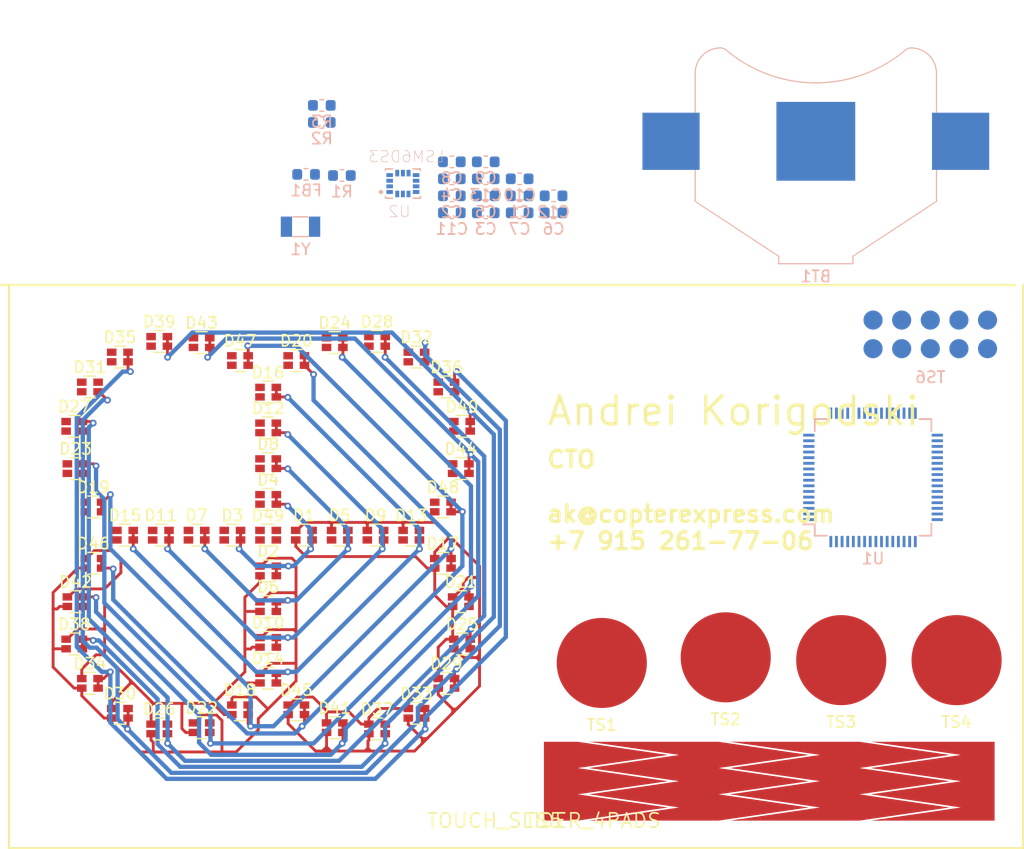
<source format=kicad_pcb>
(kicad_pcb (version 20171130) (host pcbnew 5.0.2+dfsg1-1~bpo9+1)
  (layers (0 F.Cu signal) (31 B.Cu signal) (34 B.Paste user) (35 F.Paste user) (36 B.SilkS user) (37 F.SilkS user) (38 B.Mask user) (39 F.Mask user) (44 Edge.Cuts user))
  (net 0 "")
  (net 1 LED_K0)
  (net 2 LED_K1)
  (net 3 LED_A0)
  (net 4 LED_K3)
  (net 5 LED_K2)
  (net 6 LED_K4)
  (net 7 LED_K5)
  (net 8 LED_K7)
  (net 9 LED_K6)
  (net 10 LED_K8)
  (net 11 LED_A1)
  (net 12 LED_A2)
  (net 13 LED_A3)
  (net 14 LED_A4)
  (net 15 LED_A5)
  (net 16 LED_A6)
  (net 17 LED_A7)
  (net 18 LED_A8)
  (net 19 VDD)
  (net 20 N$2)
  (net 21 MCU_AVDD)
  (net 22 GND)
  (net 23 N$7)
  (net 24 N$6)
  (net 25 N$13)
  (net 26 N$14)
  (net 27 N$5)
  (net 28 N$19)
  (net 29 N$20)
  (net 30 N$16)
  (net 31 N$15)
  (net 32 N$17)
  (net 33 N$18)
  (net 34 N$12)
  (net 35 N$11)
  (net 36 TOUCH_PAD0)
  (net 37 N$1)
  (net 38 TOUCH_PAD1)
  (net 39 TOUCH_PAD2)
  (net 40 TOUCH_PAD3)
  (net 41 N$21)
  (net 42 N$22)
  (net 43 N$23)
  (net 44 N$24)
  (net 45 N$8)
  (net 46 N$10)
  (net 47 N$9)
  (net 48 N$25)
  (net 49 N$26)
  (net 50 LED_K9)
  (net 51 LED_K10)
  (net 52 LED_K11)
  (module footprints:LED_DUAL_0606 (layer F.Cu) (at 96.175 57.2)
    (fp_text reference D1 (at 0 -1.75) (layer F.SilkS))
    (fp_text value LED_Dual_AACC)
    (pad 3 smd rect (at 0.725 -0.425) (size 0.85 0.65) (layers F.Cu F.Paste F.Mask) (net 1 LED_K0))
    (pad 4 smd rect (at 0.725 0.425) (size 0.85 0.65) (layers F.Cu F.Paste F.Mask) (net 1 LED_K0))
    (pad 2 smd rect (at -0.725 0.425) (size 0.85 0.65) (layers F.Cu F.Paste F.Mask) (net 11 LED_A1))
    (pad 1 smd rect (at -0.725 -0.425) (size 0.85 0.65) (layers F.Cu F.Paste F.Mask) (net 3 LED_A0))
  )
  (module footprints:LED_DUAL_0606 (layer F.Cu) (at 93 60.375)
    (fp_text reference D2 (at 0 -1.75) (layer F.SilkS))
    (fp_text value LED_Dual_AACC)
    (pad 3 smd rect (at 0.725 -0.425) (size 0.85 0.65) (layers F.Cu F.Paste F.Mask) (net 1 LED_K0))
    (pad 4 smd rect (at 0.725 0.425) (size 0.85 0.65) (layers F.Cu F.Paste F.Mask) (net 1 LED_K0))
    (pad 2 smd rect (at -0.725 0.425) (size 0.85 0.65) (layers F.Cu F.Paste F.Mask) (net 13 LED_A3))
    (pad 1 smd rect (at -0.725 -0.425) (size 0.85 0.65) (layers F.Cu F.Paste F.Mask) (net 12 LED_A2))
  )
  (module footprints:LED_DUAL_0606 (layer F.Cu) (at 89.825 57.2)
    (fp_text reference D3 (at 0 -1.75) (layer F.SilkS))
    (fp_text value LED_Dual_AACC)
    (pad 3 smd rect (at 0.725 -0.425) (size 0.85 0.65) (layers F.Cu F.Paste F.Mask) (net 1 LED_K0))
    (pad 4 smd rect (at 0.725 0.425) (size 0.85 0.65) (layers F.Cu F.Paste F.Mask) (net 1 LED_K0))
    (pad 2 smd rect (at -0.725 0.425) (size 0.85 0.65) (layers F.Cu F.Paste F.Mask) (net 15 LED_A5))
    (pad 1 smd rect (at -0.725 -0.425) (size 0.85 0.65) (layers F.Cu F.Paste F.Mask) (net 14 LED_A4))
  )
  (module footprints:LED_DUAL_0606 (layer F.Cu) (at 93 54.025)
    (fp_text reference D4 (at 0 -1.75) (layer F.SilkS))
    (fp_text value LED_Dual_AACC)
    (pad 3 smd rect (at 0.725 -0.425) (size 0.85 0.65) (layers F.Cu F.Paste F.Mask) (net 1 LED_K0))
    (pad 4 smd rect (at 0.725 0.425) (size 0.85 0.65) (layers F.Cu F.Paste F.Mask) (net 1 LED_K0))
    (pad 2 smd rect (at -0.725 0.425) (size 0.85 0.65) (layers F.Cu F.Paste F.Mask) (net 17 LED_A7))
    (pad 1 smd rect (at -0.725 -0.425) (size 0.85 0.65) (layers F.Cu F.Paste F.Mask) (net 16 LED_A6))
  )
  (module footprints:LED_DUAL_0606 (layer F.Cu) (at 99.35 57.2)
    (fp_text reference D5 (at 0 -1.75) (layer F.SilkS))
    (fp_text value LED_Dual_AACC)
    (pad 3 smd rect (at 0.725 -0.425) (size 0.85 0.65) (layers F.Cu F.Paste F.Mask) (net 2 LED_K1))
    (pad 4 smd rect (at 0.725 0.425) (size 0.85 0.65) (layers F.Cu F.Paste F.Mask) (net 2 LED_K1))
    (pad 2 smd rect (at -0.725 0.425) (size 0.85 0.65) (layers F.Cu F.Paste F.Mask) (net 11 LED_A1))
    (pad 1 smd rect (at -0.725 -0.425) (size 0.85 0.65) (layers F.Cu F.Paste F.Mask) (net 3 LED_A0))
  )
  (module footprints:LED_DUAL_0606 (layer F.Cu) (at 93 63.55)
    (fp_text reference D6 (at 0 -1.75) (layer F.SilkS))
    (fp_text value LED_Dual_AACC)
    (pad 3 smd rect (at 0.725 -0.425) (size 0.85 0.65) (layers F.Cu F.Paste F.Mask) (net 2 LED_K1))
    (pad 4 smd rect (at 0.725 0.425) (size 0.85 0.65) (layers F.Cu F.Paste F.Mask) (net 2 LED_K1))
    (pad 2 smd rect (at -0.725 0.425) (size 0.85 0.65) (layers F.Cu F.Paste F.Mask) (net 13 LED_A3))
    (pad 1 smd rect (at -0.725 -0.425) (size 0.85 0.65) (layers F.Cu F.Paste F.Mask) (net 12 LED_A2))
  )
  (module footprints:LED_DUAL_0606 (layer F.Cu) (at 86.65 57.2)
    (fp_text reference D7 (at 0 -1.75) (layer F.SilkS))
    (fp_text value LED_Dual_AACC)
    (pad 3 smd rect (at 0.725 -0.425) (size 0.85 0.65) (layers F.Cu F.Paste F.Mask) (net 2 LED_K1))
    (pad 4 smd rect (at 0.725 0.425) (size 0.85 0.65) (layers F.Cu F.Paste F.Mask) (net 2 LED_K1))
    (pad 2 smd rect (at -0.725 0.425) (size 0.85 0.65) (layers F.Cu F.Paste F.Mask) (net 15 LED_A5))
    (pad 1 smd rect (at -0.725 -0.425) (size 0.85 0.65) (layers F.Cu F.Paste F.Mask) (net 14 LED_A4))
  )
  (module footprints:LED_DUAL_0606 (layer F.Cu) (at 93 50.85)
    (fp_text reference D8 (at 0 -1.75) (layer F.SilkS))
    (fp_text value LED_Dual_AACC)
    (pad 3 smd rect (at 0.725 -0.425) (size 0.85 0.65) (layers F.Cu F.Paste F.Mask) (net 2 LED_K1))
    (pad 4 smd rect (at 0.725 0.425) (size 0.85 0.65) (layers F.Cu F.Paste F.Mask) (net 2 LED_K1))
    (pad 2 smd rect (at -0.725 0.425) (size 0.85 0.65) (layers F.Cu F.Paste F.Mask) (net 17 LED_A7))
    (pad 1 smd rect (at -0.725 -0.425) (size 0.85 0.65) (layers F.Cu F.Paste F.Mask) (net 16 LED_A6))
  )
  (module footprints:LED_DUAL_0606 (layer F.Cu) (at 102.525 57.2)
    (fp_text reference D9 (at 0 -1.75) (layer F.SilkS))
    (fp_text value LED_Dual_AACC)
    (pad 3 smd rect (at 0.725 -0.425) (size 0.85 0.65) (layers F.Cu F.Paste F.Mask) (net 5 LED_K2))
    (pad 4 smd rect (at 0.725 0.425) (size 0.85 0.65) (layers F.Cu F.Paste F.Mask) (net 5 LED_K2))
    (pad 2 smd rect (at -0.725 0.425) (size 0.85 0.65) (layers F.Cu F.Paste F.Mask) (net 11 LED_A1))
    (pad 1 smd rect (at -0.725 -0.425) (size 0.85 0.65) (layers F.Cu F.Paste F.Mask) (net 3 LED_A0))
  )
  (module footprints:LED_DUAL_0606 (layer F.Cu) (at 93 66.724999)
    (fp_text reference D10 (at 0 -1.75) (layer F.SilkS))
    (fp_text value LED_Dual_AACC)
    (pad 3 smd rect (at 0.725 -0.425) (size 0.85 0.65) (layers F.Cu F.Paste F.Mask) (net 5 LED_K2))
    (pad 4 smd rect (at 0.725 0.425) (size 0.85 0.65) (layers F.Cu F.Paste F.Mask) (net 5 LED_K2))
    (pad 2 smd rect (at -0.725 0.425) (size 0.85 0.65) (layers F.Cu F.Paste F.Mask) (net 13 LED_A3))
    (pad 1 smd rect (at -0.725 -0.425) (size 0.85 0.65) (layers F.Cu F.Paste F.Mask) (net 12 LED_A2))
  )
  (module footprints:LED_DUAL_0606 (layer F.Cu) (at 83.475 57.2)
    (fp_text reference D11 (at 0 -1.75) (layer F.SilkS))
    (fp_text value LED_Dual_AACC)
    (pad 3 smd rect (at 0.725 -0.425) (size 0.85 0.65) (layers F.Cu F.Paste F.Mask) (net 5 LED_K2))
    (pad 4 smd rect (at 0.725 0.425) (size 0.85 0.65) (layers F.Cu F.Paste F.Mask) (net 5 LED_K2))
    (pad 2 smd rect (at -0.725 0.425) (size 0.85 0.65) (layers F.Cu F.Paste F.Mask) (net 15 LED_A5))
    (pad 1 smd rect (at -0.725 -0.425) (size 0.85 0.65) (layers F.Cu F.Paste F.Mask) (net 14 LED_A4))
  )
  (module footprints:LED_DUAL_0606 (layer F.Cu) (at 93 47.675)
    (fp_text reference D12 (at 0 -1.75) (layer F.SilkS))
    (fp_text value LED_Dual_AACC)
    (pad 3 smd rect (at 0.725 -0.425) (size 0.85 0.65) (layers F.Cu F.Paste F.Mask) (net 5 LED_K2))
    (pad 4 smd rect (at 0.725 0.425) (size 0.85 0.65) (layers F.Cu F.Paste F.Mask) (net 5 LED_K2))
    (pad 2 smd rect (at -0.725 0.425) (size 0.85 0.65) (layers F.Cu F.Paste F.Mask) (net 17 LED_A7))
    (pad 1 smd rect (at -0.725 -0.425) (size 0.85 0.65) (layers F.Cu F.Paste F.Mask) (net 16 LED_A6))
  )
  (module footprints:LED_DUAL_0606 (layer F.Cu) (at 105.7 57.2)
    (fp_text reference D13 (at 0 -1.75) (layer F.SilkS))
    (fp_text value LED_Dual_AACC)
    (pad 3 smd rect (at 0.725 -0.425) (size 0.85 0.65) (layers F.Cu F.Paste F.Mask) (net 4 LED_K3))
    (pad 4 smd rect (at 0.725 0.425) (size 0.85 0.65) (layers F.Cu F.Paste F.Mask) (net 4 LED_K3))
    (pad 2 smd rect (at -0.725 0.425) (size 0.85 0.65) (layers F.Cu F.Paste F.Mask) (net 11 LED_A1))
    (pad 1 smd rect (at -0.725 -0.425) (size 0.85 0.65) (layers F.Cu F.Paste F.Mask) (net 3 LED_A0))
  )
  (module footprints:LED_DUAL_0606 (layer F.Cu) (at 93 69.9)
    (fp_text reference D14 (at 0 -1.75) (layer F.SilkS))
    (fp_text value LED_Dual_AACC)
    (pad 3 smd rect (at 0.725 -0.425) (size 0.85 0.65) (layers F.Cu F.Paste F.Mask) (net 4 LED_K3))
    (pad 4 smd rect (at 0.725 0.425) (size 0.85 0.65) (layers F.Cu F.Paste F.Mask) (net 4 LED_K3))
    (pad 2 smd rect (at -0.725 0.425) (size 0.85 0.65) (layers F.Cu F.Paste F.Mask) (net 13 LED_A3))
    (pad 1 smd rect (at -0.725 -0.425) (size 0.85 0.65) (layers F.Cu F.Paste F.Mask) (net 12 LED_A2))
  )
  (module footprints:LED_DUAL_0606 (layer F.Cu) (at 80.3 57.2)
    (fp_text reference D15 (at 0 -1.75) (layer F.SilkS))
    (fp_text value LED_Dual_AACC)
    (pad 3 smd rect (at 0.725 -0.425) (size 0.85 0.65) (layers F.Cu F.Paste F.Mask) (net 4 LED_K3))
    (pad 4 smd rect (at 0.725 0.425) (size 0.85 0.65) (layers F.Cu F.Paste F.Mask) (net 4 LED_K3))
    (pad 2 smd rect (at -0.725 0.425) (size 0.85 0.65) (layers F.Cu F.Paste F.Mask) (net 15 LED_A5))
    (pad 1 smd rect (at -0.725 -0.425) (size 0.85 0.65) (layers F.Cu F.Paste F.Mask) (net 14 LED_A4))
  )
  (module footprints:LED_DUAL_0606 (layer F.Cu) (at 93 44.5)
    (fp_text reference D16 (at 0 -1.75) (layer F.SilkS))
    (fp_text value LED_Dual_AACC)
    (pad 3 smd rect (at 0.725 -0.425) (size 0.85 0.65) (layers F.Cu F.Paste F.Mask) (net 4 LED_K3))
    (pad 4 smd rect (at 0.725 0.425) (size 0.85 0.65) (layers F.Cu F.Paste F.Mask) (net 4 LED_K3))
    (pad 2 smd rect (at -0.725 0.425) (size 0.85 0.65) (layers F.Cu F.Paste F.Mask) (net 17 LED_A7))
    (pad 1 smd rect (at -0.725 -0.425) (size 0.85 0.65) (layers F.Cu F.Paste F.Mask) (net 16 LED_A6))
  )
  (module footprints:LED_DUAL_0606 (layer F.Cu) (at 108.508852 59.699666)
    (fp_text reference D17 (at 0 -1.75) (layer F.SilkS))
    (fp_text value LED_Dual_AACC)
    (pad 3 smd rect (at 0.725 -0.425) (size 0.85 0.65) (layers F.Cu F.Paste F.Mask) (net 6 LED_K4))
    (pad 4 smd rect (at 0.725 0.425) (size 0.85 0.65) (layers F.Cu F.Paste F.Mask) (net 6 LED_K4))
    (pad 2 smd rect (at -0.725 0.425) (size 0.85 0.65) (layers F.Cu F.Paste F.Mask) (net 11 LED_A1))
    (pad 1 smd rect (at -0.725 -0.425) (size 0.85 0.65) (layers F.Cu F.Paste F.Mask) (net 3 LED_A0))
  )
  (module footprints:LED_DUAL_0606 (layer F.Cu) (at 90.500333 72.708852)
    (fp_text reference D18 (at 0 -1.75) (layer F.SilkS))
    (fp_text value LED_Dual_AACC)
    (pad 3 smd rect (at 0.725 -0.425) (size 0.85 0.65) (layers F.Cu F.Paste F.Mask) (net 6 LED_K4))
    (pad 4 smd rect (at 0.725 0.425) (size 0.85 0.65) (layers F.Cu F.Paste F.Mask) (net 6 LED_K4))
    (pad 2 smd rect (at -0.725 0.425) (size 0.85 0.65) (layers F.Cu F.Paste F.Mask) (net 13 LED_A3))
    (pad 1 smd rect (at -0.725 -0.425) (size 0.85 0.65) (layers F.Cu F.Paste F.Mask) (net 12 LED_A2))
  )
  (module footprints:LED_DUAL_0606 (layer F.Cu) (at 77.491147 54.700333)
    (fp_text reference D19 (at 0 -1.75) (layer F.SilkS))
    (fp_text value LED_Dual_AACC)
    (pad 3 smd rect (at 0.725 -0.425) (size 0.85 0.65) (layers F.Cu F.Paste F.Mask) (net 6 LED_K4))
    (pad 4 smd rect (at 0.725 0.425) (size 0.85 0.65) (layers F.Cu F.Paste F.Mask) (net 6 LED_K4))
    (pad 2 smd rect (at -0.725 0.425) (size 0.85 0.65) (layers F.Cu F.Paste F.Mask) (net 15 LED_A5))
    (pad 1 smd rect (at -0.725 -0.425) (size 0.85 0.65) (layers F.Cu F.Paste F.Mask) (net 14 LED_A4))
  )
  (module footprints:LED_DUAL_0606 (layer F.Cu) (at 95.499666 41.691147)
    (fp_text reference D20 (at 0 -1.75) (layer F.SilkS))
    (fp_text value LED_Dual_AACC)
    (pad 3 smd rect (at 0.725 -0.425) (size 0.85 0.65) (layers F.Cu F.Paste F.Mask) (net 6 LED_K4))
    (pad 4 smd rect (at 0.725 0.425) (size 0.85 0.65) (layers F.Cu F.Paste F.Mask) (net 6 LED_K4))
    (pad 2 smd rect (at -0.725 0.425) (size 0.85 0.65) (layers F.Cu F.Paste F.Mask) (net 17 LED_A7))
    (pad 1 smd rect (at -0.725 -0.425) (size 0.85 0.65) (layers F.Cu F.Paste F.Mask) (net 16 LED_A6))
  )
  (module footprints:LED_DUAL_0606 (layer F.Cu) (at 110.097919 63.107431)
    (fp_text reference D21 (at 0 -1.75) (layer F.SilkS))
    (fp_text value LED_Dual_AACC)
    (pad 3 smd rect (at 0.725 -0.425) (size 0.85 0.65) (layers F.Cu F.Paste F.Mask) (net 7 LED_K5))
    (pad 4 smd rect (at 0.725 0.425) (size 0.85 0.65) (layers F.Cu F.Paste F.Mask) (net 7 LED_K5))
    (pad 2 smd rect (at -0.725 0.425) (size 0.85 0.65) (layers F.Cu F.Paste F.Mask) (net 11 LED_A1))
    (pad 1 smd rect (at -0.725 -0.425) (size 0.85 0.65) (layers F.Cu F.Paste F.Mask) (net 3 LED_A0))
  )
  (module footprints:LED_DUAL_0606 (layer F.Cu) (at 87.092568 74.297919)
    (fp_text reference D22 (at 0 -1.75) (layer F.SilkS))
    (fp_text value LED_Dual_AACC)
    (pad 3 smd rect (at 0.725 -0.425) (size 0.85 0.65) (layers F.Cu F.Paste F.Mask) (net 7 LED_K5))
    (pad 4 smd rect (at 0.725 0.425) (size 0.85 0.65) (layers F.Cu F.Paste F.Mask) (net 7 LED_K5))
    (pad 2 smd rect (at -0.725 0.425) (size 0.85 0.65) (layers F.Cu F.Paste F.Mask) (net 13 LED_A3))
    (pad 1 smd rect (at -0.725 -0.425) (size 0.85 0.65) (layers F.Cu F.Paste F.Mask) (net 12 LED_A2))
  )
  (module footprints:LED_DUAL_0606 (layer F.Cu) (at 75.90208 51.292568)
    (fp_text reference D23 (at 0 -1.75) (layer F.SilkS))
    (fp_text value LED_Dual_AACC)
    (pad 3 smd rect (at 0.725 -0.425) (size 0.85 0.65) (layers F.Cu F.Paste F.Mask) (net 7 LED_K5))
    (pad 4 smd rect (at 0.725 0.425) (size 0.85 0.65) (layers F.Cu F.Paste F.Mask) (net 7 LED_K5))
    (pad 2 smd rect (at -0.725 0.425) (size 0.85 0.65) (layers F.Cu F.Paste F.Mask) (net 15 LED_A5))
    (pad 1 smd rect (at -0.725 -0.425) (size 0.85 0.65) (layers F.Cu F.Paste F.Mask) (net 14 LED_A4))
  )
  (module footprints:LED_DUAL_0606 (layer F.Cu) (at 98.907431 40.10208)
    (fp_text reference D24 (at 0 -1.75) (layer F.SilkS))
    (fp_text value LED_Dual_AACC)
    (pad 3 smd rect (at 0.725 -0.425) (size 0.85 0.65) (layers F.Cu F.Paste F.Mask) (net 7 LED_K5))
    (pad 4 smd rect (at 0.725 0.425) (size 0.85 0.65) (layers F.Cu F.Paste F.Mask) (net 7 LED_K5))
    (pad 2 smd rect (at -0.725 0.425) (size 0.85 0.65) (layers F.Cu F.Paste F.Mask) (net 17 LED_A7))
    (pad 1 smd rect (at -0.725 -0.425) (size 0.85 0.65) (layers F.Cu F.Paste F.Mask) (net 16 LED_A6))
  )
  (module footprints:LED_DUAL_0606 (layer F.Cu) (at 110.207279 66.865892)
    (fp_text reference D25 (at 0 -1.75) (layer F.SilkS))
    (fp_text value LED_Dual_AACC)
    (pad 3 smd rect (at 0.725 -0.425) (size 0.85 0.65) (layers F.Cu F.Paste F.Mask) (net 9 LED_K6))
    (pad 4 smd rect (at 0.725 0.425) (size 0.85 0.65) (layers F.Cu F.Paste F.Mask) (net 9 LED_K6))
    (pad 2 smd rect (at -0.725 0.425) (size 0.85 0.65) (layers F.Cu F.Paste F.Mask) (net 3 LED_A0))
    (pad 1 smd rect (at -0.725 -0.425) (size 0.85 0.65) (layers F.Cu F.Paste F.Mask) (net 11 LED_A1))
  )
  (module footprints:LED_DUAL_0606 (layer F.Cu) (at 83.334107 74.407279)
    (fp_text reference D26 (at 0 -1.75) (layer F.SilkS))
    (fp_text value LED_Dual_AACC)
    (pad 3 smd rect (at 0.725 -0.425) (size 0.85 0.65) (layers F.Cu F.Paste F.Mask) (net 9 LED_K6))
    (pad 4 smd rect (at 0.725 0.425) (size 0.85 0.65) (layers F.Cu F.Paste F.Mask) (net 9 LED_K6))
    (pad 2 smd rect (at -0.725 0.425) (size 0.85 0.65) (layers F.Cu F.Paste F.Mask) (net 12 LED_A2))
    (pad 1 smd rect (at -0.725 -0.425) (size 0.85 0.65) (layers F.Cu F.Paste F.Mask) (net 13 LED_A3))
  )
  (module footprints:LED_DUAL_0606 (layer F.Cu) (at 75.79272 47.534107)
    (fp_text reference D27 (at 0 -1.75) (layer F.SilkS))
    (fp_text value LED_Dual_AACC)
    (pad 3 smd rect (at 0.725 -0.425) (size 0.85 0.65) (layers F.Cu F.Paste F.Mask) (net 9 LED_K6))
    (pad 4 smd rect (at 0.725 0.425) (size 0.85 0.65) (layers F.Cu F.Paste F.Mask) (net 9 LED_K6))
    (pad 2 smd rect (at -0.725 0.425) (size 0.85 0.65) (layers F.Cu F.Paste F.Mask) (net 14 LED_A4))
    (pad 1 smd rect (at -0.725 -0.425) (size 0.85 0.65) (layers F.Cu F.Paste F.Mask) (net 15 LED_A5))
  )
  (module footprints:LED_DUAL_0606 (layer F.Cu) (at 102.665892 39.99272)
    (fp_text reference D28 (at 0 -1.75) (layer F.SilkS))
    (fp_text value LED_Dual_AACC)
    (pad 3 smd rect (at 0.725 -0.425) (size 0.85 0.65) (layers F.Cu F.Paste F.Mask) (net 9 LED_K6))
    (pad 4 smd rect (at 0.725 0.425) (size 0.85 0.65) (layers F.Cu F.Paste F.Mask) (net 9 LED_K6))
    (pad 2 smd rect (at -0.725 0.425) (size 0.85 0.65) (layers F.Cu F.Paste F.Mask) (net 16 LED_A6))
    (pad 1 smd rect (at -0.725 -0.425) (size 0.85 0.65) (layers F.Cu F.Paste F.Mask) (net 17 LED_A7))
  )
  (module footprints:LED_DUAL_0606 (layer F.Cu) (at 108.819045 70.360287)
    (fp_text reference D29 (at 0 -1.75) (layer F.SilkS))
    (fp_text value LED_Dual_AACC)
    (pad 3 smd rect (at 0.725 -0.425) (size 0.85 0.65) (layers F.Cu F.Paste F.Mask) (net 8 LED_K7))
    (pad 4 smd rect (at 0.725 0.425) (size 0.85 0.65) (layers F.Cu F.Paste F.Mask) (net 8 LED_K7))
    (pad 2 smd rect (at -0.725 0.425) (size 0.85 0.65) (layers F.Cu F.Paste F.Mask) (net 3 LED_A0))
    (pad 1 smd rect (at -0.725 -0.425) (size 0.85 0.65) (layers F.Cu F.Paste F.Mask) (net 11 LED_A1))
  )
  (module footprints:LED_DUAL_0606 (layer F.Cu) (at 79.839712 73.019045)
    (fp_text reference D30 (at 0 -1.75) (layer F.SilkS))
    (fp_text value LED_Dual_AACC)
    (pad 3 smd rect (at 0.725 -0.425) (size 0.85 0.65) (layers F.Cu F.Paste F.Mask) (net 8 LED_K7))
    (pad 4 smd rect (at 0.725 0.425) (size 0.85 0.65) (layers F.Cu F.Paste F.Mask) (net 8 LED_K7))
    (pad 2 smd rect (at -0.725 0.425) (size 0.85 0.65) (layers F.Cu F.Paste F.Mask) (net 12 LED_A2))
    (pad 1 smd rect (at -0.725 -0.425) (size 0.85 0.65) (layers F.Cu F.Paste F.Mask) (net 13 LED_A3))
  )
  (module footprints:LED_DUAL_0606 (layer F.Cu) (at 77.180954 44.039712)
    (fp_text reference D31 (at 0 -1.75) (layer F.SilkS))
    (fp_text value LED_Dual_AACC)
    (pad 3 smd rect (at 0.725 -0.425) (size 0.85 0.65) (layers F.Cu F.Paste F.Mask) (net 8 LED_K7))
    (pad 4 smd rect (at 0.725 0.425) (size 0.85 0.65) (layers F.Cu F.Paste F.Mask) (net 8 LED_K7))
    (pad 2 smd rect (at -0.725 0.425) (size 0.85 0.65) (layers F.Cu F.Paste F.Mask) (net 14 LED_A4))
    (pad 1 smd rect (at -0.725 -0.425) (size 0.85 0.65) (layers F.Cu F.Paste F.Mask) (net 15 LED_A5))
  )
  (module footprints:LED_DUAL_0606 (layer F.Cu) (at 106.160287 41.380954)
    (fp_text reference D32 (at 0 -1.75) (layer F.SilkS))
    (fp_text value LED_Dual_AACC)
    (pad 3 smd rect (at 0.725 -0.425) (size 0.85 0.65) (layers F.Cu F.Paste F.Mask) (net 8 LED_K7))
    (pad 4 smd rect (at 0.725 0.425) (size 0.85 0.65) (layers F.Cu F.Paste F.Mask) (net 8 LED_K7))
    (pad 2 smd rect (at -0.725 0.425) (size 0.85 0.65) (layers F.Cu F.Paste F.Mask) (net 16 LED_A6))
    (pad 1 smd rect (at -0.725 -0.425) (size 0.85 0.65) (layers F.Cu F.Paste F.Mask) (net 17 LED_A7))
  )
  (module footprints:LED_DUAL_0606 (layer F.Cu) (at 106.160287 73.019045)
    (fp_text reference D33 (at 0 -1.75) (layer F.SilkS))
    (fp_text value LED_Dual_AACC)
    (pad 3 smd rect (at 0.725 -0.425) (size 0.85 0.65) (layers F.Cu F.Paste F.Mask) (net 10 LED_K8))
    (pad 4 smd rect (at 0.725 0.425) (size 0.85 0.65) (layers F.Cu F.Paste F.Mask) (net 10 LED_K8))
    (pad 2 smd rect (at -0.725 0.425) (size 0.85 0.65) (layers F.Cu F.Paste F.Mask) (net 3 LED_A0))
    (pad 1 smd rect (at -0.725 -0.425) (size 0.85 0.65) (layers F.Cu F.Paste F.Mask) (net 11 LED_A1))
  )
  (module footprints:LED_DUAL_0606 (layer F.Cu) (at 77.180954 70.360287)
    (fp_text reference D34 (at 0 -1.75) (layer F.SilkS))
    (fp_text value LED_Dual_AACC)
    (pad 3 smd rect (at 0.725 -0.425) (size 0.85 0.65) (layers F.Cu F.Paste F.Mask) (net 10 LED_K8))
    (pad 4 smd rect (at 0.725 0.425) (size 0.85 0.65) (layers F.Cu F.Paste F.Mask) (net 10 LED_K8))
    (pad 2 smd rect (at -0.725 0.425) (size 0.85 0.65) (layers F.Cu F.Paste F.Mask) (net 12 LED_A2))
    (pad 1 smd rect (at -0.725 -0.425) (size 0.85 0.65) (layers F.Cu F.Paste F.Mask) (net 13 LED_A3))
  )
  (module footprints:LED_DUAL_0606 (layer F.Cu) (at 79.839712 41.380954)
    (fp_text reference D35 (at 0 -1.75) (layer F.SilkS))
    (fp_text value LED_Dual_AACC)
    (pad 3 smd rect (at 0.725 -0.425) (size 0.85 0.65) (layers F.Cu F.Paste F.Mask) (net 10 LED_K8))
    (pad 4 smd rect (at 0.725 0.425) (size 0.85 0.65) (layers F.Cu F.Paste F.Mask) (net 10 LED_K8))
    (pad 2 smd rect (at -0.725 0.425) (size 0.85 0.65) (layers F.Cu F.Paste F.Mask) (net 14 LED_A4))
    (pad 1 smd rect (at -0.725 -0.425) (size 0.85 0.65) (layers F.Cu F.Paste F.Mask) (net 15 LED_A5))
  )
  (module footprints:LED_DUAL_0606 (layer F.Cu) (at 108.819045 44.039712)
    (fp_text reference D36 (at 0 -1.75) (layer F.SilkS))
    (fp_text value LED_Dual_AACC)
    (pad 3 smd rect (at 0.725 -0.425) (size 0.85 0.65) (layers F.Cu F.Paste F.Mask) (net 10 LED_K8))
    (pad 4 smd rect (at 0.725 0.425) (size 0.85 0.65) (layers F.Cu F.Paste F.Mask) (net 10 LED_K8))
    (pad 2 smd rect (at -0.725 0.425) (size 0.85 0.65) (layers F.Cu F.Paste F.Mask) (net 16 LED_A6))
    (pad 1 smd rect (at -0.725 -0.425) (size 0.85 0.65) (layers F.Cu F.Paste F.Mask) (net 17 LED_A7))
  )
  (module footprints:LED_DUAL_0606 (layer F.Cu) (at 102.665892 74.407279)
    (fp_text reference D37 (at 0 -1.75) (layer F.SilkS))
    (fp_text value LED_Dual_AACC)
    (pad 3 smd rect (at 0.725 -0.425) (size 0.85 0.65) (layers F.Cu F.Paste F.Mask) (net 50 LED_K9))
    (pad 4 smd rect (at 0.725 0.425) (size 0.85 0.65) (layers F.Cu F.Paste F.Mask) (net 50 LED_K9))
    (pad 2 smd rect (at -0.725 0.425) (size 0.85 0.65) (layers F.Cu F.Paste F.Mask) (net 3 LED_A0))
    (pad 1 smd rect (at -0.725 -0.425) (size 0.85 0.65) (layers F.Cu F.Paste F.Mask) (net 11 LED_A1))
  )
  (module footprints:LED_DUAL_0606 (layer F.Cu) (at 75.79272 66.865892)
    (fp_text reference D38 (at 0 -1.75) (layer F.SilkS))
    (fp_text value LED_Dual_AACC)
    (pad 3 smd rect (at 0.725 -0.425) (size 0.85 0.65) (layers F.Cu F.Paste F.Mask) (net 50 LED_K9))
    (pad 4 smd rect (at 0.725 0.425) (size 0.85 0.65) (layers F.Cu F.Paste F.Mask) (net 50 LED_K9))
    (pad 2 smd rect (at -0.725 0.425) (size 0.85 0.65) (layers F.Cu F.Paste F.Mask) (net 12 LED_A2))
    (pad 1 smd rect (at -0.725 -0.425) (size 0.85 0.65) (layers F.Cu F.Paste F.Mask) (net 13 LED_A3))
  )
  (module footprints:LED_DUAL_0606 (layer F.Cu) (at 83.334107 39.99272)
    (fp_text reference D39 (at 0 -1.75) (layer F.SilkS))
    (fp_text value LED_Dual_AACC)
    (pad 3 smd rect (at 0.725 -0.425) (size 0.85 0.65) (layers F.Cu F.Paste F.Mask) (net 50 LED_K9))
    (pad 4 smd rect (at 0.725 0.425) (size 0.85 0.65) (layers F.Cu F.Paste F.Mask) (net 50 LED_K9))
    (pad 2 smd rect (at -0.725 0.425) (size 0.85 0.65) (layers F.Cu F.Paste F.Mask) (net 14 LED_A4))
    (pad 1 smd rect (at -0.725 -0.425) (size 0.85 0.65) (layers F.Cu F.Paste F.Mask) (net 15 LED_A5))
  )
  (module footprints:LED_DUAL_0606 (layer F.Cu) (at 110.207279 47.534107)
    (fp_text reference D40 (at 0 -1.75) (layer F.SilkS))
    (fp_text value LED_Dual_AACC)
    (pad 3 smd rect (at 0.725 -0.425) (size 0.85 0.65) (layers F.Cu F.Paste F.Mask) (net 50 LED_K9))
    (pad 4 smd rect (at 0.725 0.425) (size 0.85 0.65) (layers F.Cu F.Paste F.Mask) (net 50 LED_K9))
    (pad 2 smd rect (at -0.725 0.425) (size 0.85 0.65) (layers F.Cu F.Paste F.Mask) (net 16 LED_A6))
    (pad 1 smd rect (at -0.725 -0.425) (size 0.85 0.65) (layers F.Cu F.Paste F.Mask) (net 17 LED_A7))
  )
  (module footprints:LED_DUAL_0606 (layer F.Cu) (at 98.907431 74.297919)
    (fp_text reference D41 (at 0 -1.75) (layer F.SilkS))
    (fp_text value LED_Dual_AACC)
    (pad 3 smd rect (at 0.725 -0.425) (size 0.85 0.65) (layers F.Cu F.Paste F.Mask) (net 51 LED_K10))
    (pad 4 smd rect (at 0.725 0.425) (size 0.85 0.65) (layers F.Cu F.Paste F.Mask) (net 51 LED_K10))
    (pad 2 smd rect (at -0.725 0.425) (size 0.85 0.65) (layers F.Cu F.Paste F.Mask) (net 3 LED_A0))
    (pad 1 smd rect (at -0.725 -0.425) (size 0.85 0.65) (layers F.Cu F.Paste F.Mask) (net 11 LED_A1))
  )
  (module footprints:LED_DUAL_0606 (layer F.Cu) (at 75.90208 63.107431)
    (fp_text reference D42 (at 0 -1.75) (layer F.SilkS))
    (fp_text value LED_Dual_AACC)
    (pad 3 smd rect (at 0.725 -0.425) (size 0.85 0.65) (layers F.Cu F.Paste F.Mask) (net 51 LED_K10))
    (pad 4 smd rect (at 0.725 0.425) (size 0.85 0.65) (layers F.Cu F.Paste F.Mask) (net 51 LED_K10))
    (pad 2 smd rect (at -0.725 0.425) (size 0.85 0.65) (layers F.Cu F.Paste F.Mask) (net 12 LED_A2))
    (pad 1 smd rect (at -0.725 -0.425) (size 0.85 0.65) (layers F.Cu F.Paste F.Mask) (net 13 LED_A3))
  )
  (module footprints:LED_DUAL_0606 (layer F.Cu) (at 87.092568 40.10208)
    (fp_text reference D43 (at 0 -1.75) (layer F.SilkS))
    (fp_text value LED_Dual_AACC)
    (pad 3 smd rect (at 0.725 -0.425) (size 0.85 0.65) (layers F.Cu F.Paste F.Mask) (net 51 LED_K10))
    (pad 4 smd rect (at 0.725 0.425) (size 0.85 0.65) (layers F.Cu F.Paste F.Mask) (net 51 LED_K10))
    (pad 2 smd rect (at -0.725 0.425) (size 0.85 0.65) (layers F.Cu F.Paste F.Mask) (net 14 LED_A4))
    (pad 1 smd rect (at -0.725 -0.425) (size 0.85 0.65) (layers F.Cu F.Paste F.Mask) (net 15 LED_A5))
  )
  (module footprints:LED_DUAL_0606 (layer F.Cu) (at 110.097919 51.292568)
    (fp_text reference D44 (at 0 -1.75) (layer F.SilkS))
    (fp_text value LED_Dual_AACC)
    (pad 3 smd rect (at 0.725 -0.425) (size 0.85 0.65) (layers F.Cu F.Paste F.Mask) (net 51 LED_K10))
    (pad 4 smd rect (at 0.725 0.425) (size 0.85 0.65) (layers F.Cu F.Paste F.Mask) (net 51 LED_K10))
    (pad 2 smd rect (at -0.725 0.425) (size 0.85 0.65) (layers F.Cu F.Paste F.Mask) (net 16 LED_A6))
    (pad 1 smd rect (at -0.725 -0.425) (size 0.85 0.65) (layers F.Cu F.Paste F.Mask) (net 17 LED_A7))
  )
  (module footprints:LED_DUAL_0606 (layer F.Cu) (at 95.499666 72.708852)
    (fp_text reference D45 (at 0 -1.75) (layer F.SilkS))
    (fp_text value LED_Dual_AACC)
    (pad 3 smd rect (at 0.725 -0.425) (size 0.85 0.65) (layers F.Cu F.Paste F.Mask) (net 52 LED_K11))
    (pad 4 smd rect (at 0.725 0.425) (size 0.85 0.65) (layers F.Cu F.Paste F.Mask) (net 52 LED_K11))
    (pad 2 smd rect (at -0.725 0.425) (size 0.85 0.65) (layers F.Cu F.Paste F.Mask) (net 3 LED_A0))
    (pad 1 smd rect (at -0.725 -0.425) (size 0.85 0.65) (layers F.Cu F.Paste F.Mask) (net 11 LED_A1))
  )
  (module footprints:LED_DUAL_0606 (layer F.Cu) (at 77.491147 59.699666)
    (fp_text reference D46 (at 0 -1.75) (layer F.SilkS))
    (fp_text value LED_Dual_AACC)
    (pad 3 smd rect (at 0.725 -0.425) (size 0.85 0.65) (layers F.Cu F.Paste F.Mask) (net 52 LED_K11))
    (pad 4 smd rect (at 0.725 0.425) (size 0.85 0.65) (layers F.Cu F.Paste F.Mask) (net 52 LED_K11))
    (pad 2 smd rect (at -0.725 0.425) (size 0.85 0.65) (layers F.Cu F.Paste F.Mask) (net 12 LED_A2))
    (pad 1 smd rect (at -0.725 -0.425) (size 0.85 0.65) (layers F.Cu F.Paste F.Mask) (net 13 LED_A3))
  )
  (module footprints:LED_DUAL_0606 (layer F.Cu) (at 90.500333 41.691147)
    (fp_text reference D47 (at 0 -1.75) (layer F.SilkS))
    (fp_text value LED_Dual_AACC)
    (pad 3 smd rect (at 0.725 -0.425) (size 0.85 0.65) (layers F.Cu F.Paste F.Mask) (net 52 LED_K11))
    (pad 4 smd rect (at 0.725 0.425) (size 0.85 0.65) (layers F.Cu F.Paste F.Mask) (net 52 LED_K11))
    (pad 2 smd rect (at -0.725 0.425) (size 0.85 0.65) (layers F.Cu F.Paste F.Mask) (net 14 LED_A4))
    (pad 1 smd rect (at -0.725 -0.425) (size 0.85 0.65) (layers F.Cu F.Paste F.Mask) (net 15 LED_A5))
  )
  (module footprints:LED_DUAL_0606 (layer F.Cu) (at 108.508852 54.700333)
    (fp_text reference D48 (at 0 -1.75) (layer F.SilkS))
    (fp_text value LED_Dual_AACC)
    (pad 3 smd rect (at 0.725 -0.425) (size 0.85 0.65) (layers F.Cu F.Paste F.Mask) (net 52 LED_K11))
    (pad 4 smd rect (at 0.725 0.425) (size 0.85 0.65) (layers F.Cu F.Paste F.Mask) (net 52 LED_K11))
    (pad 2 smd rect (at -0.725 0.425) (size 0.85 0.65) (layers F.Cu F.Paste F.Mask) (net 16 LED_A6))
    (pad 1 smd rect (at -0.725 -0.425) (size 0.85 0.65) (layers F.Cu F.Paste F.Mask) (net 17 LED_A7))
  )
  (module footprints:LED_DUAL_0606 (layer F.Cu) (at 93 57.2)
    (fp_text reference D49 (at 0 -1.75) (layer F.SilkS))
    (fp_text value LED_Dual_AACC)
    (pad 3 smd rect (at 0.725 -0.425) (size 0.85 0.65) (layers F.Cu F.Paste F.Mask) (net 1 LED_K0))
    (pad 4 smd rect (at 0.725 0.425) (size 0.85 0.65) (layers F.Cu F.Paste F.Mask) (net 2 LED_K1))
    (pad 2 smd rect (at -0.725 0.425) (size 0.85 0.65) (layers F.Cu F.Paste F.Mask) (net 18 LED_A8))
    (pad 1 smd rect (at -0.725 -0.425) (size 0.85 0.65) (layers F.Cu F.Paste F.Mask) (net 18 LED_A8))
  )
  (module Inductor_SMD:L_0603_1608Metric (layer B.Cu) (at 96.3675 25.161291)
    (fp_text reference FB1 (at 0 1.43) (layer B.SilkS) (effects (justify mirror)))
    (fp_text value Ferrite_Bead_Small)
    (pad 2 smd roundrect (at 0.7875 0) (size 0.875 0.95) (layers B.Cu B.Paste B.Mask) (net 20 N$2))
    (pad 1 smd roundrect (at -0.7875 0) (size 0.875 0.95) (layers B.Cu B.Paste B.Mask) (net 19 VDD))
  )
  (module Resistor_SMD:R_0603_1608Metric (layer B.Cu) (at 99.5425 25.261291)
    (fp_text reference R1 (at 0 1.43) (layer B.SilkS) (effects (justify mirror)))
    (fp_text value 1)
    (pad 2 smd roundrect (at 0.7875 0) (size 0.875 0.95) (layers B.Cu B.Paste B.Mask) (net 21 MCU_AVDD))
    (pad 1 smd roundrect (at -0.7875 0) (size 0.875 0.95) (layers B.Cu B.Paste B.Mask) (net 20 N$2))
  )
  (module Package_QFP:LQFP-64_10x10mm_P0.5mm (layer B.Cu) (at 146.685 52.07)
    (fp_text reference U1 (at 0 7.2) (layer B.SilkS) (effects (justify mirror)))
    (fp_text value EFM32LG232F64)
    (pad 64 smd rect (at -3.75 5.7 270) (size 1 0.25) (layers B.Cu B.Paste B.Mask) (net 52 LED_K11))
    (pad 63 smd rect (at -3.25 5.7 270) (size 1 0.25) (layers B.Cu B.Paste B.Mask) (net 51 LED_K10))
    (pad 62 smd rect (at -2.75 5.7 270) (size 1 0.25) (layers B.Cu B.Paste B.Mask) (net 50 LED_K9))
    (pad 61 smd rect (at -2.25 5.7 270) (size 1 0.25) (layers B.Cu B.Paste B.Mask) (net 10 LED_K8))
    (pad 60 smd rect (at -1.75 5.7 270) (size 1 0.25) (layers B.Cu B.Paste B.Mask) (net 8 LED_K7))
    (pad 59 smd rect (at -1.25 5.7 270) (size 1 0.25) (layers B.Cu B.Paste B.Mask) (net 9 LED_K6))
    (pad 58 smd rect (at -0.75 5.7 270) (size 1 0.25) (layers B.Cu B.Paste B.Mask) (net 7 LED_K5))
    (pad 57 smd rect (at -0.25 5.7 270) (size 1 0.25) (layers B.Cu B.Paste B.Mask) (net 6 LED_K4))
    (pad 56 smd rect (at 0.25 5.7 270) (size 1 0.25) (layers B.Cu B.Paste B.Mask) (net 22 GND))
    (pad 55 smd rect (at 0.75 5.7 270) (size 1 0.25) (layers B.Cu B.Paste B.Mask) (net 19 VDD))
    (pad 54 smd rect (at 1.25 5.7 270) (size 1 0.25) (layers B.Cu B.Paste B.Mask) (net 4 LED_K3))
    (pad 53 smd rect (at 1.75 5.7 270) (size 1 0.25) (layers B.Cu B.Paste B.Mask) (net 5 LED_K2))
    (pad 52 smd rect (at 2.25 5.7 270) (size 1 0.25) (layers B.Cu B.Paste B.Mask) (net 2 LED_K1))
    (pad 51 smd rect (at 2.75 5.7 270) (size 1 0.25) (layers B.Cu B.Paste B.Mask) (net 1 LED_K0))
    (pad 50 smd rect (at 3.25 5.7 270) (size 1 0.25) (layers B.Cu B.Paste B.Mask) (net 47 N$9))
    (pad 49 smd rect (at 3.75 5.7 270) (size 1 0.25) (layers B.Cu B.Paste B.Mask) (net 46 N$10))
    (pad 48 smd rect (at 5.7 3.75) (size 1 0.25) (layers B.Cu B.Paste B.Mask) (net 45 N$8))
    (pad 47 smd rect (at 5.7 3.25) (size 1 0.25) (layers B.Cu B.Paste B.Mask) (net 44 N$24))
    (pad 46 smd rect (at 5.7 2.75) (size 1 0.25) (layers B.Cu B.Paste B.Mask) (net 43 N$23))
    (pad 45 smd rect (at 5.7 2.25) (size 1 0.25) (layers B.Cu B.Paste B.Mask) (net 42 N$22))
    (pad 44 smd rect (at 5.7 1.75) (size 1 0.25) (layers B.Cu B.Paste B.Mask) (net 41 N$21))
    (pad 43 smd rect (at 5.7 1.25) (size 1 0.25) (layers B.Cu B.Paste B.Mask) (net 40 TOUCH_PAD3))
    (pad 42 smd rect (at 5.7 0.75) (size 1 0.25) (layers B.Cu B.Paste B.Mask) (net 39 TOUCH_PAD2))
    (pad 41 smd rect (at 5.7 0.25) (size 1 0.25) (layers B.Cu B.Paste B.Mask) (net 38 TOUCH_PAD1))
    (pad 40 smd rect (at 5.7 -0.25) (size 1 0.25) (layers B.Cu B.Paste B.Mask) (net 37 N$1))
    (pad 39 smd rect (at 5.7 -0.75) (size 1 0.25) (layers B.Cu B.Paste B.Mask) (net 19 VDD))
    (pad 38 smd rect (at 5.7 -1.25) (size 1 0.25) (layers B.Cu B.Paste B.Mask) (net 22 GND))
    (pad 37 smd rect (at 5.7 -1.75) (size 1 0.25) (layers B.Cu B.Paste B.Mask) (net 36 TOUCH_PAD0))
    (pad 36 smd rect (at 5.7 -2.25) (size 1 0.25) (layers B.Cu B.Paste B.Mask) (net 22 GND))
    (pad 35 smd rect (at 5.7 -2.75) (size 1 0.25) (layers B.Cu B.Paste B.Mask) (net 35 N$11))
    (pad 34 smd rect (at 5.7 -3.25) (size 1 0.25) (layers B.Cu B.Paste B.Mask) (net 34 N$12))
    (pad 33 smd rect (at 5.7 -3.75) (size 1 0.25) (layers B.Cu B.Paste B.Mask) (net 22 GND))
    (pad 32 smd rect (at 3.75 -5.7 270) (size 1 0.25) (layers B.Cu B.Paste B.Mask) (net 22 GND))
    (pad 31 smd rect (at 3.25 -5.7 270) (size 1 0.25) (layers B.Cu B.Paste B.Mask) (net 33 N$18))
    (pad 30 smd rect (at 2.75 -5.7 270) (size 1 0.25) (layers B.Cu B.Paste B.Mask) (net 32 N$17))
    (pad 29 smd rect (at 2.25 -5.7 270) (size 1 0.25) (layers B.Cu B.Paste B.Mask) (net 31 N$15))
    (pad 28 smd rect (at 1.75 -5.7 270) (size 1 0.25) (layers B.Cu B.Paste B.Mask) (net 30 N$16))
    (pad 27 smd rect (at 1.25 -5.7 270) (size 1 0.25) (layers B.Cu B.Paste B.Mask) (net 21 MCU_AVDD))
    (pad 26 smd rect (at 0.75 -5.7 270) (size 1 0.25) (layers B.Cu B.Paste B.Mask) (net 19 VDD))
    (pad 25 smd rect (at 0.25 -5.7 270) (size 1 0.25) (layers B.Cu B.Paste B.Mask) (net 29 N$20))
    (pad 24 smd rect (at -0.25 -5.7 270) (size 1 0.25) (layers B.Cu B.Paste B.Mask) (net 28 N$19))
    (pad 23 smd rect (at -0.75 -5.7 270) (size 1 0.25) (layers B.Cu B.Paste B.Mask) (net 21 MCU_AVDD))
    (pad 22 smd rect (at -1.25 -5.7 270) (size 1 0.25) (layers B.Cu B.Paste B.Mask) (net 22 GND))
    (pad 21 smd rect (at -1.75 -5.7 270) (size 1 0.25) (layers B.Cu B.Paste B.Mask) (net 22 GND))
    (pad 20 smd rect (at -2.25 -5.7 270) (size 1 0.25) (layers B.Cu B.Paste B.Mask) (net 27 N$5))
    (pad 19 smd rect (at -2.75 -5.7 270) (size 1 0.25) (layers B.Cu B.Paste B.Mask) (net 18 LED_A8))
    (pad 18 smd rect (at -3.25 -5.7 270) (size 1 0.25) (layers B.Cu B.Paste B.Mask) (net 17 LED_A7))
    (pad 17 smd rect (at -3.75 -5.7 270) (size 1 0.25) (layers B.Cu B.Paste B.Mask) (net 16 LED_A6))
    (pad 16 smd rect (at -5.7 -3.75) (size 1 0.25) (layers B.Cu B.Paste B.Mask) (net 26 N$14))
    (pad 15 smd rect (at -5.7 -3.25) (size 1 0.25) (layers B.Cu B.Paste B.Mask) (net 25 N$13))
    (pad 14 smd rect (at -5.7 -2.75) (size 1 0.25) (layers B.Cu B.Paste B.Mask) (net 49 N$26))
    (pad 13 smd rect (at -5.7 -2.25) (size 1 0.25) (layers B.Cu B.Paste B.Mask) (net 48 N$25))
    (pad 12 smd rect (at -5.7 -1.75) (size 1 0.25) (layers B.Cu B.Paste B.Mask) (net 22 GND))
    (pad 11 smd rect (at -5.7 -1.25) (size 1 0.25) (layers B.Cu B.Paste B.Mask) (net 22 GND))
    (pad 10 smd rect (at -5.7 -0.75) (size 1 0.25) (layers B.Cu B.Paste B.Mask) (net 24 N$6))
    (pad 9 smd rect (at -5.7 -0.25) (size 1 0.25) (layers B.Cu B.Paste B.Mask) (net 23 N$7))
    (pad 8 smd rect (at -5.7 0.25) (size 1 0.25) (layers B.Cu B.Paste B.Mask) (net 22 GND))
    (pad 7 smd rect (at -5.7 0.75) (size 1 0.25) (layers B.Cu B.Paste B.Mask) (net 19 VDD))
    (pad 6 smd rect (at -5.7 1.25) (size 1 0.25) (layers B.Cu B.Paste B.Mask) (net 15 LED_A5))
    (pad 5 smd rect (at -5.7 1.75) (size 1 0.25) (layers B.Cu B.Paste B.Mask) (net 14 LED_A4))
    (pad 4 smd rect (at -5.7 2.25) (size 1 0.25) (layers B.Cu B.Paste B.Mask) (net 13 LED_A3))
    (pad 3 smd rect (at -5.7 2.75) (size 1 0.25) (layers B.Cu B.Paste B.Mask) (net 12 LED_A2))
    (pad 2 smd rect (at -5.7 3.25) (size 1 0.25) (layers B.Cu B.Paste B.Mask) (net 11 LED_A1))
    (pad 1 smd rect (at -5.7 3.75) (size 1 0.25) (layers B.Cu B.Paste B.Mask) (net 3 LED_A0))
  )
  (module Crystal:Crystal_SMD_3215-2Pin_3.2x1.5mm (layer B.Cu) (at 95.87 29.81)
    (fp_text reference Y1 (at 0 2) (layer B.SilkS) (effects (justify mirror)))
    (fp_text value 32768Hz)
    (pad 2 smd rect (at -1.25 0) (size 1 1.8) (layers B.Cu B.Paste B.Mask) (net 26 N$14))
    (pad 1 smd rect (at 1.25 0) (size 1 1.8) (layers B.Cu B.Paste B.Mask) (net 25 N$13))
  )
  (module Capacitor_SMD:C_0603_1608Metric (layer B.Cu) (at 115.321371 27.06629)
    (fp_text reference C1 (at 0 1.43) (layer B.SilkS) (effects (justify mirror)))
    (fp_text value 1uF)
    (pad 2 smd roundrect (at 0.7875 0) (size 0.875 0.95) (layers B.Cu B.Paste B.Mask) (net 22 GND))
    (pad 1 smd roundrect (at -0.7875 0) (size 0.875 0.95) (layers B.Cu B.Paste B.Mask) (net 37 N$1))
  )
  (module Capacitor_SMD:C_0603_1608Metric (layer B.Cu) (at 109.301371 27.06629)
    (fp_text reference C2 (at 0 1.43) (layer B.SilkS) (effects (justify mirror)))
    (fp_text value 0.1uF)
    (pad 2 smd roundrect (at 0.7875 0) (size 0.875 0.95) (layers B.Cu B.Paste B.Mask) (net 22 GND))
    (pad 1 smd roundrect (at -0.7875 0) (size 0.875 0.95) (layers B.Cu B.Paste B.Mask) (net 19 VDD))
  )
  (module Capacitor_SMD:C_0603_1608Metric (layer B.Cu) (at 112.311371 28.57629)
    (fp_text reference C3 (at 0 1.43) (layer B.SilkS) (effects (justify mirror)))
    (fp_text value 0.1uF)
    (pad 2 smd roundrect (at 0.7875 0) (size 0.875 0.95) (layers B.Cu B.Paste B.Mask) (net 22 GND))
    (pad 1 smd roundrect (at -0.7875 0) (size 0.875 0.95) (layers B.Cu B.Paste B.Mask) (net 19 VDD))
  )
  (module Capacitor_SMD:C_0603_1608Metric (layer B.Cu) (at 109.301371 25.55629)
    (fp_text reference C4 (at 0 1.43) (layer B.SilkS) (effects (justify mirror)))
    (fp_text value 0.1uF)
    (pad 2 smd roundrect (at 0.7875 0) (size 0.875 0.95) (layers B.Cu B.Paste B.Mask) (net 22 GND))
    (pad 1 smd roundrect (at -0.7875 0) (size 0.875 0.95) (layers B.Cu B.Paste B.Mask) (net 19 VDD))
  )
  (module Capacitor_SMD:C_0603_1608Metric (layer B.Cu) (at 112.311371 27.06629)
    (fp_text reference C5 (at 0 1.43) (layer B.SilkS) (effects (justify mirror)))
    (fp_text value 10uF)
    (pad 2 smd roundrect (at 0.7875 0) (size 0.875 0.95) (layers B.Cu B.Paste B.Mask) (net 22 GND))
    (pad 1 smd roundrect (at -0.7875 0) (size 0.875 0.95) (layers B.Cu B.Paste B.Mask) (net 19 VDD))
  )
  (module Capacitor_SMD:C_0603_1608Metric (layer B.Cu) (at 118.331371 28.57629)
    (fp_text reference C6 (at 0 1.43) (layer B.SilkS) (effects (justify mirror)))
    (fp_text value 10nF)
    (pad 2 smd roundrect (at 0.7875 0) (size 0.875 0.95) (layers B.Cu B.Paste B.Mask) (net 22 GND))
    (pad 1 smd roundrect (at -0.7875 0) (size 0.875 0.95) (layers B.Cu B.Paste B.Mask) (net 21 MCU_AVDD))
  )
  (module Capacitor_SMD:C_0603_1608Metric (layer B.Cu) (at 115.321371 28.57629)
    (fp_text reference C7 (at 0 1.43) (layer B.SilkS) (effects (justify mirror)))
    (fp_text value 10nF)
    (pad 2 smd roundrect (at 0.7875 0) (size 0.875 0.95) (layers B.Cu B.Paste B.Mask) (net 22 GND))
    (pad 1 smd roundrect (at -0.7875 0) (size 0.875 0.95) (layers B.Cu B.Paste B.Mask) (net 21 MCU_AVDD))
  )
  (module Capacitor_SMD:C_0603_1608Metric (layer B.Cu) (at 109.301371 24.04629)
    (fp_text reference C8 (at 0 1.43) (layer B.SilkS) (effects (justify mirror)))
    (fp_text value 10uF)
    (pad 2 smd roundrect (at 0.7875 0) (size 0.875 0.95) (layers B.Cu B.Paste B.Mask) (net 22 GND))
    (pad 1 smd roundrect (at -0.7875 0) (size 0.875 0.95) (layers B.Cu B.Paste B.Mask) (net 21 MCU_AVDD))
  )
  (module Capacitor_SMD:C_0603_1608Metric (layer B.Cu) (at 112.311371 24.04629)
    (fp_text reference C9 (at 0 1.43) (layer B.SilkS) (effects (justify mirror)))
    (fp_text value 0.1uF)
    (pad 2 smd roundrect (at 0.7875 0) (size 0.875 0.95) (layers B.Cu B.Paste B.Mask) (net 22 GND))
    (pad 1 smd roundrect (at -0.7875 0) (size 0.875 0.95) (layers B.Cu B.Paste B.Mask) (net 19 VDD))
  )
  (module Capacitor_SMD:C_0603_1608Metric (layer B.Cu) (at 115.321371 25.55629)
    (fp_text reference C10 (at 0 1.43) (layer B.SilkS) (effects (justify mirror)))
    (fp_text value 3.3uF)
    (pad 2 smd roundrect (at 0.7875 0) (size 0.875 0.95) (layers B.Cu B.Paste B.Mask) (net 22 GND))
    (pad 1 smd roundrect (at -0.7875 0) (size 0.875 0.95) (layers B.Cu B.Paste B.Mask) (net 19 VDD))
  )
  (module Capacitor_SMD:C_0603_1608Metric (layer B.Cu) (at 109.301371 28.57629)
    (fp_text reference C11 (at 0 1.43) (layer B.SilkS) (effects (justify mirror)))
    (fp_text value 100uF)
    (pad 2 smd roundrect (at 0.7875 0) (size 0.875 0.95) (layers B.Cu B.Paste B.Mask) (net 22 GND))
    (pad 1 smd roundrect (at -0.7875 0) (size 0.875 0.95) (layers B.Cu B.Paste B.Mask) (net 19 VDD))
  )
  (module Capacitor_SMD:C_0603_1608Metric (layer B.Cu) (at 118.331371 27.06629)
    (fp_text reference C12 (at 0 1.43) (layer B.SilkS) (effects (justify mirror)))
    (fp_text value 0.1uF)
    (pad 2 smd roundrect (at 0.7875 0) (size 0.875 0.95) (layers B.Cu B.Paste B.Mask) (net 22 GND))
    (pad 1 smd roundrect (at -0.7875 0) (size 0.875 0.95) (layers B.Cu B.Paste B.Mask) (net 19 VDD))
  )
  (module Capacitor_SMD:C_0603_1608Metric (layer B.Cu) (at 112.311371 25.55629)
    (fp_text reference C13 (at 0 1.43) (layer B.SilkS) (effects (justify mirror)))
    (fp_text value 0.1uF)
    (pad 2 smd roundrect (at 0.7875 0) (size 0.875 0.95) (layers B.Cu B.Paste B.Mask) (net 22 GND))
    (pad 1 smd roundrect (at -0.7875 0) (size 0.875 0.95) (layers B.Cu B.Paste B.Mask) (net 19 VDD))
  )
  (module Resistor_SMD:R_0603_1608Metric (layer B.Cu) (at 97.761371 20.54629)
    (fp_text reference R2 (at 0 1.43) (layer B.SilkS) (effects (justify mirror)))
    (fp_text value 0)
    (pad 2 smd roundrect (at 0.7875 0) (size 0.875 0.95) (layers B.Cu B.Paste B.Mask) (net 22 GND))
    (pad 1 smd roundrect (at -0.7875 0) (size 0.875 0.95) (layers B.Cu B.Paste B.Mask) (net 48 N$25))
  )
  (module Resistor_SMD:R_0603_1608Metric (layer B.Cu) (at 97.761371 19.03629)
    (fp_text reference R3 (at 0 1.43) (layer B.SilkS) (effects (justify mirror)))
    (fp_text value 0)
    (pad 2 smd roundrect (at 0.7875 0) (size 0.875 0.95) (layers B.Cu B.Paste B.Mask) (net 22 GND))
    (pad 1 smd roundrect (at -0.7875 0) (size 0.875 0.95) (layers B.Cu B.Paste B.Mask) (net 49 N$26))
  )
  (module footprints:LSM6DS3 (layer B.Cu) (at 104.95637 25.976291)
    (fp_text reference U2 (at -0.31031 2.48754) (layer B.SilkS) (effects (font (size 1.00102 1.00102) (thickness 0.05)) (justify mirror)))
    (fp_text value LSM6DS3 (at 0.325055 -2.39047) (layer B.SilkS) (effects (font (size 1.0002 1.0002) (thickness 0.05)) (justify mirror)))
    (pad 4 smd rect (at -1.175 -0.75 180) (size 0.58 0.35) (layers B.Cu B.Paste B.Mask) (net 28 N$19))
    (pad 3 smd rect (at -1.175 -0.25 180) (size 0.58 0.35) (layers B.Cu B.Paste B.Mask) (net 22 GND))
    (pad 2 smd rect (at -1.175 0.25 180) (size 0.58 0.35) (layers B.Cu B.Paste B.Mask) (net 22 GND))
    (pad 1 smd rect (at -1.175 0.75 180) (size 0.58 0.35) (layers B.Cu B.Paste B.Mask) (net 31 N$15))
    (pad 7 smd rect (at 0.5 -0.925 270) (size 0.58 0.35) (layers B.Cu B.Paste B.Mask) (net 22 GND))
    (pad 6 smd rect (at 0 -0.925 270) (size 0.58 0.35) (layers B.Cu B.Paste B.Mask) (net 22 GND))
    (pad 5 smd rect (at -0.5 -0.925 270) (size 0.58 0.35) (layers B.Cu B.Paste B.Mask) (net 19 VDD))
    (pad 8 smd rect (at 1.175 -0.75 180) (size 0.58 0.35) (layers B.Cu B.Paste B.Mask) (net 19 VDD))
    (pad 9 smd rect (at 1.175 -0.25 180) (size 0.58 0.35) (layers B.Cu B.Paste B.Mask) (net 29 N$20))
    (pad 10 smd rect (at 1.175 0.25 180) (size 0.58 0.35) (layers B.Cu B.Paste B.Mask))
    (pad 11 smd rect (at 1.175 0.75 180) (size 0.58 0.35) (layers B.Cu B.Paste B.Mask))
    (pad 12 smd rect (at 0.5 0.925 270) (size 0.58 0.35) (layers B.Cu B.Paste B.Mask) (net 33 N$18))
    (pad 13 smd rect (at 0 0.925 270) (size 0.58 0.35) (layers B.Cu B.Paste B.Mask) (net 32 N$17))
    (pad 14 smd rect (at -0.5 0.925 270) (size 0.58 0.35) (layers B.Cu B.Paste B.Mask) (net 30 N$16))
  )
  (module footprints:TouchPad_D8.0mm (layer F.Cu) (at 122.61 68.55)
    (fp_text reference TS1 (at 0 5.5) (layer F.SilkS))
    (fp_text value TOUCH_PAD)
    (pad 1 smd circle (at 0 0) (size 8 8) (layers F.Cu) (net 36 TOUCH_PAD0))
  )
  (module footprints:TouchPad_D8.0mm (layer F.Cu) (at 133.61 68.05)
    (fp_text reference TS2 (at 0 5.5) (layer F.SilkS))
    (fp_text value TOUCH_PAD)
    (pad 1 smd circle (at 0 0) (size 8 8) (layers F.Cu) (net 38 TOUCH_PAD1))
  )
  (module footprints:TouchPad_D8.0mm (layer F.Cu) (at 143.86 68.3)
    (fp_text reference TS3 (at 0 5.5) (layer F.SilkS))
    (fp_text value TOUCH_PAD)
    (pad 1 smd circle (at 0 0) (size 8 8) (layers F.Cu) (net 39 TOUCH_PAD2))
  )
  (module footprints:TouchPad_D8.0mm (layer F.Cu) (at 154.1 68.3)
    (fp_text reference TS4 (at 0 5.5) (layer F.SilkS))
    (fp_text value TOUCH_PAD)
    (pad 1 smd circle (at 0 0) (size 8 8) (layers F.Cu) (net 40 TOUCH_PAD3))
  )
  (module footprints:TestPoints_2x05_P2.54_D1.7 (layer B.Cu) (at 151.765 39.37)
    (fp_text reference TS6 (at 0 3.81) (layer B.SilkS) (effects (justify mirror)))
    (fp_text value POGO_10PADS)
    (pad 5 smd circle (at 0 -1.27) (size 1.7 1.7) (layers B.Cu B.Mask) (net 23 N$7))
    (pad 4 smd circle (at -2.54 1.27) (size 1.7 1.7) (layers B.Cu B.Mask) (net 24 N$6))
    (pad 3 smd circle (at -2.54 -1.27) (size 1.7 1.7) (layers B.Cu B.Mask) (net 27 N$5))
    (pad 2 smd circle (at -5.08 1.27) (size 1.7 1.7) (layers B.Cu B.Mask) (net 22 GND))
    (pad 1 smd circle (at -5.08 -1.27) (size 1.7 1.7) (layers B.Cu B.Mask) (net 19 VDD))
    (pad 10 smd circle (at 5.08 1.27) (size 1.7 1.7) (layers B.Cu B.Mask) (net 34 N$12))
    (pad 9 smd circle (at 5.08 -1.27) (size 1.7 1.7) (layers B.Cu B.Mask) (net 35 N$11))
    (pad 8 smd circle (at 2.54 1.27) (size 1.7 1.7) (layers B.Cu B.Mask) (net 46 N$10))
    (pad 7 smd circle (at 2.54 -1.27) (size 1.7 1.7) (layers B.Cu B.Mask) (net 47 N$9))
    (pad 6 smd circle (at 0 1.27) (size 1.7 1.7) (layers B.Cu B.Mask) (net 45 N$8))
  )
  (module footprints:BatteryHolder_Keystone_3026_1x2016 (layer B.Cu) (at 141.605 22.225)
    (fp_text reference BT1 (at 0 12) (layer B.SilkS) (effects (justify mirror)))
    (fp_text value Battery_Cell)
    (pad 1 smd rect (at -12.85 0) (size 5.08 5.08) (layers B.Cu B.Paste B.Mask) (net 19 VDD))
    (pad 1 smd rect (at 12.85 0) (size 5.08 5.08) (layers B.Cu B.Paste B.Mask) (net 19 VDD))
    (pad 2 smd rect (at 0 0) (size 7 7) (layers B.Cu B.Mask) (net 22 GND))
  )
  (module footprints:TouchSlider-4_40x7mm (layer F.Cu) (at 117.475 82.55)
    (fp_text reference TS5 (at 0 0) (layer F.SilkS) (effects (font (size 1.27 1.27))))
    (fp_text value TOUCH_SLIDER_4PADS (at 0 0) (layer F.SilkS) (effects (font (size 1.27 1.27))))
    (pad 1 smd custom (at 1.5 -3.5) (size 2.333333 2.333333) (layers F.Cu) (net 41 N$21) (options (clearance outline) (anchor circle)) (primitives (gr_poly (pts (xy -1.5 -3.5) (xy 1.5 -3.5) (xy 9.5 -2.333333) (xy 1.5 -1.166667) (xy 9.5 0) (xy 1.5 1.166667) (xy 9.5 2.333333) (xy 1.5 3.5) (xy -1.5 3.5)) (width 0))))
    (pad 2 smd custom (at 13.75 -3.5) (size 2.333333 2.333333) (layers F.Cu) (net 42 N$22) (options (clearance outline) (anchor circle)) (primitives (gr_poly (pts (xy -9.75 -3.5) (xy -1.75 -2.333333) (xy -9.75 -1.166667) (xy -1.75 0) (xy -9.75 1.166667) (xy -1.75 2.333333) (xy -9.75 3.5) (xy 1.75 3.5) (xy 9.75 2.333333) (xy 1.75 1.166667) (xy 9.75 0) (xy 1.75 -1.166667) (xy 9.75 -2.333333) (xy 1.75 -3.5)) (width 0))))
    (pad 3 smd custom (at 26.25 -3.5) (size 2.333333 2.333333) (layers F.Cu) (net 43 N$23) (options (clearance outline) (anchor circle)) (primitives (gr_poly (pts (xy -9.75 -3.5) (xy -1.75 -2.333333) (xy -9.75 -1.166667) (xy -1.75 0) (xy -9.75 1.166667) (xy -1.75 2.333333) (xy -9.75 3.5) (xy 1.75 3.5) (xy 9.75 2.333333) (xy 1.75 1.166667) (xy 9.75 0) (xy 1.75 -1.166667) (xy 9.75 -2.333333) (xy 1.75 -3.5)) (width 0))))
    (pad 4 smd custom (at 38.5 -3.5) (size 2.333333 2.333333) (layers F.Cu) (net 44 N$24) (options (clearance outline) (anchor circle)) (primitives (gr_poly (pts (xy -9.5 -3.5) (xy -1.5 -2.333333) (xy -9.5 -1.166667) (xy -1.5 0) (xy -9.5 1.166667) (xy -1.5 2.333333) (xy -9.5 3.5) (xy 1.5 3.5) (xy 1.5 -3.5)) (width 0))))
  )
  (gr_text "CTO\n\nak@copterexpress.com\n+7 915 261-77-06" (at 117.602 54.102) (layer F.SilkS) (effects (font (size 1.5 1.5) (thickness 0.3)) (justify left)))
  (gr_text "Andrei Korigodski" (at 117.602 46.18) (layer F.SilkS) (effects (font (size 2.5 2.5) (thickness 0.3)) (justify left)))
  (gr_line (start 70 85) (end 70 35) (layer F.SilkS) (width 0.2))
  (gr_line (start 160 85) (end 70 85) (layer F.SilkS) (width 0.2))
  (gr_line (start 160 35) (end 160 85) (layer F.SilkS) (width 0.2))
  (gr_line (start 69.3 35) (end 159.3 35) (layer F.SilkS) (width 0.2))
  (segment (start 93.725 53.6) (end 93.725 54.45) (width 0.254) (layer F.Cu) (net 1))
  (segment (start 90.55 56.775) (end 90.55 57.625) (width 0.254) (layer F.Cu) (net 1))
  (segment (start 96.9 56.775) (end 96.9 57.625) (width 0.254) (layer F.Cu) (net 1))
  (segment (start 93.725 59.95) (end 93.725 60.8) (width 0.254) (layer F.Cu) (net 1))
  (segment (start 94.7868 59.95) (end 94.7928 59.944) (width 0.254) (layer F.Cu) (net 1))
  (via (at 94.7928 59.944) (size 0.6) (drill 0.3) (layers F.Cu B.Cu) (net 1))
  (segment (start 93.725 59.95) (end 94.7868 59.95) (width 0.254) (layer F.Cu) (net 1))
  (segment (start 94.582 54.45) (end 94.742 54.61) (width 0.254) (layer F.Cu) (net 1))
  (via (at 94.742 54.61) (size 0.6) (drill 0.3) (layers F.Cu B.Cu) (net 1))
  (segment (start 93.725 54.45) (end 94.582 54.45) (width 0.254) (layer F.Cu) (net 1))
  (via (at 90.424 58.42) (size 0.6) (drill 0.3) (layers F.Cu B.Cu) (net 1))
  (segment (start 90.55 58.294) (end 90.424 58.42) (width 0.254) (layer F.Cu) (net 1))
  (segment (start 90.55 57.625) (end 90.55 58.294) (width 0.254) (layer F.Cu) (net 1))
  (via (at 96.774 58.42) (size 0.6) (drill 0.3) (layers F.Cu B.Cu) (net 1))
  (segment (start 96.9 58.294) (end 96.774 58.42) (width 0.254) (layer F.Cu) (net 1))
  (segment (start 96.9 57.625) (end 96.9 58.294) (width 0.254) (layer F.Cu) (net 1))
  (segment (start 96.774 56.642) (end 94.742 54.61) (width 0.381) (layer B.Cu) (net 1))
  (segment (start 96.774 58.42) (end 96.774 56.642) (width 0.381) (layer B.Cu) (net 1))
  (segment (start 95.25 59.944) (end 96.774 58.42) (width 0.381) (layer B.Cu) (net 1))
  (segment (start 94.7928 59.944) (end 95.25 59.944) (width 0.381) (layer B.Cu) (net 1))
  (segment (start 91.948 59.944) (end 90.424 58.42) (width 0.381) (layer B.Cu) (net 1))
  (segment (start 94.7928 59.944) (end 91.948 59.944) (width 0.381) (layer B.Cu) (net 1))
  (segment (start 100.075 56.775) (end 100.075 57.625) (width 0.254) (layer F.Cu) (net 2))
  (via (at 100.076 58.42) (size 0.6) (drill 0.3) (layers F.Cu B.Cu) (net 2))
  (segment (start 100.075 58.419) (end 100.076 58.42) (width 0.254) (layer F.Cu) (net 2))
  (segment (start 100.075 57.625) (end 100.075 58.419) (width 0.254) (layer F.Cu) (net 2))
  (segment (start 93.725 63.975) (end 93.725 63.125) (width 0.254) (layer F.Cu) (net 2))
  (via (at 94.742 62.992) (size 0.6) (drill 0.3) (layers F.Cu B.Cu) (net 2))
  (segment (start 94.609 63.125) (end 94.742 62.992) (width 0.254) (layer F.Cu) (net 2))
  (segment (start 93.725 63.125) (end 94.609 63.125) (width 0.254) (layer F.Cu) (net 2))
  (segment (start 93.725 50.425) (end 93.725 51.275) (width 0.254) (layer F.Cu) (net 2))
  (segment (start 94.709 51.275) (end 94.742 51.308) (width 0.254) (layer F.Cu) (net 2))
  (via (at 94.742 51.308) (size 0.6) (drill 0.3) (layers F.Cu B.Cu) (net 2))
  (segment (start 93.725 51.275) (end 94.709 51.275) (width 0.254) (layer F.Cu) (net 2))
  (segment (start 87.375 56.775) (end 87.375 57.625) (width 0.254) (layer F.Cu) (net 2))
  (via (at 87.376 58.42) (size 0.6) (drill 0.3) (layers F.Cu B.Cu) (net 2))
  (segment (start 87.375 58.419) (end 87.376 58.42) (width 0.254) (layer F.Cu) (net 2))
  (segment (start 87.375 57.625) (end 87.375 58.419) (width 0.254) (layer F.Cu) (net 2))
  (segment (start 100.076 56.642) (end 100.076 58.42) (width 0.381) (layer B.Cu) (net 2))
  (segment (start 94.742 51.308) (end 100.076 56.642) (width 0.381) (layer B.Cu) (net 2))
  (segment (start 95.504 62.992) (end 94.742 62.992) (width 0.381) (layer B.Cu) (net 2))
  (segment (start 100.076 58.42) (end 95.504 62.992) (width 0.381) (layer B.Cu) (net 2))
  (segment (start 91.948 62.992) (end 87.376 58.42) (width 0.381) (layer B.Cu) (net 2))
  (segment (start 94.742 62.992) (end 91.948 62.992) (width 0.381) (layer B.Cu) (net 2))
  (segment (start 95.45 56.775) (end 95.55 56.775) (width 0.254) (layer F.Cu) (net 3))
  (segment (start 95.55 56.775) (end 96.256001 56.068999) (width 0.254) (layer F.Cu) (net 3))
  (segment (start 98.752001 56.068999) (end 98.806 56.068999) (width 0.254) (layer F.Cu) (net 3))
  (segment (start 98.625 56.196) (end 98.752001 56.068999) (width 0.254) (layer F.Cu) (net 3))
  (segment (start 101.854 56.142) (end 101.854 56.068999) (width 0.254) (layer F.Cu) (net 3))
  (segment (start 101.8 56.196) (end 101.854 56.142) (width 0.254) (layer F.Cu) (net 3))
  (segment (start 101.672999 56.068999) (end 101.6 56.068999) (width 0.254) (layer F.Cu) (net 3))
  (segment (start 101.8 56.196) (end 101.672999 56.068999) (width 0.254) (layer F.Cu) (net 3))
  (segment (start 98.806 56.068999) (end 101.6 56.068999) (width 0.254) (layer F.Cu) (net 3))
  (segment (start 101.6 56.068999) (end 101.854 56.068999) (width 0.254) (layer F.Cu) (net 3))
  (segment (start 98.497999 56.068999) (end 98.298 56.068999) (width 0.254) (layer F.Cu) (net 3))
  (segment (start 98.625 56.196) (end 98.497999 56.068999) (width 0.254) (layer F.Cu) (net 3))
  (segment (start 96.256001 56.068999) (end 98.298 56.068999) (width 0.254) (layer F.Cu) (net 3))
  (segment (start 98.625 56.775) (end 98.625 56.196) (width 0.254) (layer F.Cu) (net 3))
  (segment (start 98.298 56.068999) (end 98.806 56.068999) (width 0.254) (layer F.Cu) (net 3))
  (segment (start 101.8 56.196) (end 101.927001 56.068999) (width 0.254) (layer F.Cu) (net 3))
  (segment (start 101.8 56.775) (end 101.8 56.196) (width 0.254) (layer F.Cu) (net 3))
  (segment (start 101.854 56.068999) (end 102.108 56.068999) (width 0.254) (layer F.Cu) (net 3))
  (segment (start 101.927001 56.068999) (end 102.108 56.068999) (width 0.254) (layer F.Cu) (net 3))
  (segment (start 104.902 56.123) (end 104.902 56.068999) (width 0.254) (layer F.Cu) (net 3))
  (segment (start 104.975 56.196) (end 104.902 56.123) (width 0.254) (layer F.Cu) (net 3))
  (segment (start 102.108 56.068999) (end 104.902 56.068999) (width 0.254) (layer F.Cu) (net 3))
  (segment (start 105.102001 56.068999) (end 105.156 56.068999) (width 0.254) (layer F.Cu) (net 3))
  (segment (start 104.975 56.196) (end 105.102001 56.068999) (width 0.254) (layer F.Cu) (net 3))
  (segment (start 104.975 56.775) (end 104.975 56.196) (width 0.254) (layer F.Cu) (net 3))
  (segment (start 104.902 56.068999) (end 105.156 56.068999) (width 0.254) (layer F.Cu) (net 3))
  (segment (start 105.156 56.068999) (end 107.876881 56.068999) (width 0.254) (layer F.Cu) (net 3))
  (segment (start 97.209119 76.373001) (end 94.774666 73.938548) (width 0.254) (layer F.Cu) (net 3))
  (segment (start 94.774666 73.938548) (end 94.774666 73.712852) (width 0.254) (layer F.Cu) (net 3))
  (segment (start 94.774666 73.712852) (end 94.774666 73.133852) (width 0.254) (layer F.Cu) (net 3))
  (segment (start 109.075518 57.404) (end 109.211882 57.404) (width 0.254) (layer F.Cu) (net 3))
  (segment (start 107.783852 59.274666) (end 107.783852 58.695666) (width 0.254) (layer F.Cu) (net 3))
  (segment (start 110.314909 61.397209) (end 110.752118 60.96) (width 0.254) (layer F.Cu) (net 3))
  (segment (start 110.314909 61.840441) (end 110.314909 61.397209) (width 0.254) (layer F.Cu) (net 3))
  (segment (start 109.372919 62.682431) (end 109.472919 62.682431) (width 0.254) (layer F.Cu) (net 3))
  (segment (start 109.472919 62.682431) (end 110.314909 61.840441) (width 0.254) (layer F.Cu) (net 3))
  (segment (start 111.506 60.96) (end 111.76 60.706) (width 0.254) (layer F.Cu) (net 3))
  (segment (start 111.252 60.96) (end 111.506 60.96) (width 0.254) (layer F.Cu) (net 3))
  (segment (start 111.76 60.706) (end 111.76 60.96) (width 0.254) (layer F.Cu) (net 3))
  (segment (start 110.752118 60.96) (end 111.252 60.96) (width 0.254) (layer F.Cu) (net 3))
  (segment (start 111.252 60.96) (end 111.76 60.96) (width 0.254) (layer F.Cu) (net 3))
  (segment (start 111.76 59.952118) (end 111.76 60.706) (width 0.254) (layer F.Cu) (net 3))
  (segment (start 111.76 61.214) (end 111.506 60.96) (width 0.254) (layer F.Cu) (net 3))
  (segment (start 111.76 60.96) (end 111.76 61.214) (width 0.254) (layer F.Cu) (net 3))
  (segment (start 108.966 57.513518) (end 108.966 57.158118) (width 0.254) (layer F.Cu) (net 3))
  (segment (start 108.966 57.513518) (end 109.075518 57.404) (width 0.254) (layer F.Cu) (net 3))
  (segment (start 107.783852 58.695666) (end 108.966 57.513518) (width 0.254) (layer F.Cu) (net 3))
  (segment (start 107.876881 56.068999) (end 108.966 57.158118) (width 0.254) (layer F.Cu) (net 3))
  (segment (start 108.966 57.158118) (end 109.211882 57.404) (width 0.254) (layer F.Cu) (net 3))
  (segment (start 109.3214 57.513518) (end 109.474 57.666118) (width 0.254) (layer F.Cu) (net 3))
  (segment (start 108.966 57.513518) (end 109.3214 57.513518) (width 0.254) (layer F.Cu) (net 3))
  (segment (start 109.474 57.666118) (end 111.76 59.952118) (width 0.254) (layer F.Cu) (net 3))
  (segment (start 109.211882 57.404) (end 109.474 57.666118) (width 0.254) (layer F.Cu) (net 3))
  (segment (start 109.582279 67.290892) (end 110.363387 68.072) (width 0.254) (layer F.Cu) (net 3))
  (segment (start 109.482279 67.290892) (end 109.582279 67.290892) (width 0.254) (layer F.Cu) (net 3))
  (segment (start 111.506 68.072) (end 111.76 67.818) (width 0.254) (layer F.Cu) (net 3))
  (segment (start 111.506 68.072) (end 111.76 68.072) (width 0.254) (layer F.Cu) (net 3))
  (segment (start 110.363387 68.072) (end 111.506 68.072) (width 0.254) (layer F.Cu) (net 3))
  (segment (start 111.76 61.214) (end 111.76 67.818) (width 0.254) (layer F.Cu) (net 3))
  (segment (start 111.76 67.818) (end 111.76 68.072) (width 0.254) (layer F.Cu) (net 3))
  (segment (start 111.506 68.072) (end 111.76 68.326) (width 0.254) (layer F.Cu) (net 3))
  (segment (start 111.76 68.326) (end 111.76 70.603882) (width 0.254) (layer F.Cu) (net 3))
  (segment (start 111.76 68.072) (end 111.76 68.326) (width 0.254) (layer F.Cu) (net 3))
  (segment (start 109.474 72.744242) (end 109.474 72.889882) (width 0.254) (layer F.Cu) (net 3))
  (segment (start 108.094045 70.785287) (end 108.094045 71.364287) (width 0.254) (layer F.Cu) (net 3))
  (segment (start 109.373758 72.990124) (end 109.22 73.143882) (width 0.254) (layer F.Cu) (net 3))
  (segment (start 108.094045 71.364287) (end 109.373758 72.644) (width 0.254) (layer F.Cu) (net 3))
  (segment (start 109.373758 72.644) (end 109.474 72.744242) (width 0.254) (layer F.Cu) (net 3))
  (segment (start 109.474 72.889882) (end 109.22 73.143882) (width 0.254) (layer F.Cu) (net 3))
  (segment (start 109.373758 72.644) (end 109.373758 72.990124) (width 0.254) (layer F.Cu) (net 3))
  (segment (start 109.373758 72.644) (end 109.719882 72.644) (width 0.254) (layer F.Cu) (net 3))
  (segment (start 109.719882 72.644) (end 109.973882 72.39) (width 0.254) (layer F.Cu) (net 3))
  (segment (start 109.973882 72.39) (end 109.474 72.889882) (width 0.254) (layer F.Cu) (net 3))
  (segment (start 111.76 70.603882) (end 109.973882 72.39) (width 0.254) (layer F.Cu) (net 3))
  (segment (start 106.850242 75.438) (end 106.925882 75.438) (width 0.254) (layer F.Cu) (net 3))
  (segment (start 105.435287 73.444045) (end 105.435287 74.023045) (width 0.254) (layer F.Cu) (net 3))
  (segment (start 107.096124 75.267758) (end 107.179882 75.184) (width 0.254) (layer F.Cu) (net 3))
  (segment (start 106.68 75.267758) (end 106.850242 75.438) (width 0.254) (layer F.Cu) (net 3))
  (segment (start 107.179882 75.184) (end 106.925882 75.438) (width 0.254) (layer F.Cu) (net 3))
  (segment (start 105.435287 74.023045) (end 106.68 75.267758) (width 0.254) (layer F.Cu) (net 3))
  (segment (start 106.68 75.267758) (end 107.096124 75.267758) (width 0.254) (layer F.Cu) (net 3))
  (segment (start 109.22 73.143882) (end 107.179882 75.184) (width 0.254) (layer F.Cu) (net 3))
  (segment (start 106.68 75.683882) (end 106.671882 75.692) (width 0.254) (layer F.Cu) (net 3))
  (segment (start 106.68 75.267758) (end 106.68 75.683882) (width 0.254) (layer F.Cu) (net 3))
  (segment (start 106.671882 75.692) (end 105.990881 76.373001) (width 0.254) (layer F.Cu) (net 3))
  (segment (start 106.925882 75.438) (end 106.671882 75.692) (width 0.254) (layer F.Cu) (net 3))
  (segment (start 101.940892 74.832279) (end 101.940892 75.411279) (width 0.254) (layer F.Cu) (net 3))
  (segment (start 101.940892 75.411279) (end 101.854 75.498171) (width 0.254) (layer F.Cu) (net 3))
  (segment (start 101.854 75.692) (end 101.854 76.373001) (width 0.254) (layer F.Cu) (net 3))
  (segment (start 101.854 76.119001) (end 102.108 76.373001) (width 0.254) (layer F.Cu) (net 3))
  (segment (start 101.854 75.498171) (end 101.854 75.692) (width 0.254) (layer F.Cu) (net 3))
  (segment (start 105.990881 76.373001) (end 102.108 76.373001) (width 0.254) (layer F.Cu) (net 3))
  (segment (start 102.108 76.373001) (end 101.854 76.373001) (width 0.254) (layer F.Cu) (net 3))
  (segment (start 101.854 76.119001) (end 101.6 76.373001) (width 0.254) (layer F.Cu) (net 3))
  (segment (start 101.854 75.692) (end 101.854 76.119001) (width 0.254) (layer F.Cu) (net 3))
  (segment (start 101.854 76.373001) (end 101.6 76.373001) (width 0.254) (layer F.Cu) (net 3))
  (segment (start 98.182431 76.23457) (end 98.044 76.373001) (width 0.254) (layer F.Cu) (net 3))
  (segment (start 98.182431 75.946) (end 98.182431 76.257432) (width 0.254) (layer F.Cu) (net 3))
  (segment (start 98.182431 75.946) (end 98.182431 76.23457) (width 0.254) (layer F.Cu) (net 3))
  (segment (start 98.182431 74.722919) (end 98.182431 75.946) (width 0.254) (layer F.Cu) (net 3))
  (segment (start 98.182431 76.257432) (end 98.298 76.373001) (width 0.254) (layer F.Cu) (net 3))
  (segment (start 98.298 76.373001) (end 98.044 76.373001) (width 0.254) (layer F.Cu) (net 3))
  (segment (start 98.182431 76.003432) (end 98.552 76.373001) (width 0.254) (layer F.Cu) (net 3))
  (segment (start 98.182431 75.946) (end 98.182431 76.003432) (width 0.254) (layer F.Cu) (net 3))
  (segment (start 98.552 76.373001) (end 98.298 76.373001) (width 0.254) (layer F.Cu) (net 3))
  (segment (start 101.6 76.373001) (end 98.552 76.373001) (width 0.254) (layer F.Cu) (net 3))
  (segment (start 98.044 76.373001) (end 97.79 76.373001) (width 0.254) (layer F.Cu) (net 3))
  (segment (start 97.812862 76.373001) (end 98.182431 76.003432) (width 0.254) (layer F.Cu) (net 3))
  (segment (start 97.79 76.373001) (end 97.812862 76.373001) (width 0.254) (layer F.Cu) (net 3))
  (segment (start 97.79 76.373001) (end 97.209119 76.373001) (width 0.254) (layer F.Cu) (net 3))
  (segment (start 106.425 56.775) (end 106.425 57.625) (width 0.254) (layer F.Cu) (net 4))
  (via (at 106.426 58.42) (size 0.6) (drill 0.3) (layers F.Cu B.Cu) (net 4))
  (segment (start 106.425 58.419) (end 106.426 58.42) (width 0.254) (layer F.Cu) (net 4))
  (segment (start 106.425 57.625) (end 106.425 58.419) (width 0.254) (layer F.Cu) (net 4))
  (segment (start 93.725 70.325) (end 93.725 69.475) (width 0.254) (layer F.Cu) (net 4))
  (via (at 94.742 69.342) (size 0.6) (drill 0.3) (layers F.Cu B.Cu) (net 4))
  (segment (start 94.609 69.475) (end 94.742 69.342) (width 0.254) (layer F.Cu) (net 4))
  (segment (start 93.725 69.475) (end 94.609 69.475) (width 0.254) (layer F.Cu) (net 4))
  (segment (start 93.725 44.075) (end 93.725 44.925) (width 0.254) (layer F.Cu) (net 4))
  (segment (start 94.709 44.925) (end 94.742 44.958) (width 0.254) (layer F.Cu) (net 4))
  (via (at 94.742 44.958) (size 0.6) (drill 0.3) (layers F.Cu B.Cu) (net 4))
  (segment (start 93.725 44.925) (end 94.709 44.925) (width 0.254) (layer F.Cu) (net 4))
  (segment (start 81.025 56.775) (end 81.025 57.625) (width 0.254) (layer F.Cu) (net 4))
  (via (at 81.026 58.42) (size 0.6) (drill 0.3) (layers F.Cu B.Cu) (net 4))
  (segment (start 81.025 58.419) (end 81.026 58.42) (width 0.254) (layer F.Cu) (net 4))
  (segment (start 81.025 57.625) (end 81.025 58.419) (width 0.254) (layer F.Cu) (net 4))
  (segment (start 91.948 69.342) (end 94.742 69.342) (width 0.381) (layer B.Cu) (net 4))
  (segment (start 81.026 58.42) (end 91.948 69.342) (width 0.381) (layer B.Cu) (net 4))
  (segment (start 95.504 69.342) (end 106.426 58.42) (width 0.381) (layer B.Cu) (net 4))
  (segment (start 94.742 69.342) (end 95.504 69.342) (width 0.381) (layer B.Cu) (net 4))
  (segment (start 106.426 56.642) (end 94.742 44.958) (width 0.381) (layer B.Cu) (net 4))
  (segment (start 106.426 58.42) (end 106.426 56.642) (width 0.381) (layer B.Cu) (net 4))
  (segment (start 103.25 56.775) (end 103.25 57.625) (width 0.254) (layer F.Cu) (net 5))
  (via (at 103.124 58.42) (size 0.6) (drill 0.3) (layers F.Cu B.Cu) (net 5))
  (segment (start 103.25 58.294) (end 103.124 58.42) (width 0.254) (layer F.Cu) (net 5))
  (segment (start 103.25 57.625) (end 103.25 58.294) (width 0.254) (layer F.Cu) (net 5))
  (segment (start 93.725 67.149999) (end 93.725 66.299999) (width 0.254) (layer F.Cu) (net 5))
  (via (at 94.742 66.294) (size 0.6) (drill 0.3) (layers F.Cu B.Cu) (net 5))
  (segment (start 94.736001 66.299999) (end 94.742 66.294) (width 0.254) (layer F.Cu) (net 5))
  (segment (start 93.725 66.299999) (end 94.736001 66.299999) (width 0.254) (layer F.Cu) (net 5))
  (segment (start 93.725 47.25) (end 93.725 48.1) (width 0.254) (layer F.Cu) (net 5))
  (via (at 94.742 48.26) (size 0.6) (drill 0.3) (layers F.Cu B.Cu) (net 5))
  (segment (start 94.582 48.1) (end 94.742 48.26) (width 0.254) (layer F.Cu) (net 5))
  (segment (start 93.725 48.1) (end 94.582 48.1) (width 0.254) (layer F.Cu) (net 5))
  (segment (start 84.2 56.775) (end 84.2 57.625) (width 0.254) (layer F.Cu) (net 5))
  (via (at 84.074 58.42) (size 0.6) (drill 0.3) (layers F.Cu B.Cu) (net 5))
  (segment (start 84.2 58.294) (end 84.074 58.42) (width 0.254) (layer F.Cu) (net 5))
  (segment (start 84.2 57.625) (end 84.2 58.294) (width 0.254) (layer F.Cu) (net 5))
  (segment (start 91.948 66.294) (end 94.742 66.294) (width 0.381) (layer B.Cu) (net 5))
  (segment (start 84.074 58.42) (end 91.948 66.294) (width 0.381) (layer B.Cu) (net 5))
  (segment (start 95.25 66.294) (end 103.124 58.42) (width 0.381) (layer B.Cu) (net 5))
  (segment (start 94.742 66.294) (end 95.25 66.294) (width 0.381) (layer B.Cu) (net 5))
  (segment (start 103.124 56.642) (end 103.124 58.42) (width 0.381) (layer B.Cu) (net 5))
  (segment (start 94.742 48.26) (end 103.124 56.642) (width 0.381) (layer B.Cu) (net 5))
  (segment (start 109.233852 60.124666) (end 109.233852 59.274666) (width 0.254) (layer F.Cu) (net 6))
  (via (at 109.22 58.42) (size 0.6) (drill 0.3) (layers F.Cu B.Cu) (net 6))
  (segment (start 109.233852 58.433852) (end 109.22 58.42) (width 0.254) (layer F.Cu) (net 6))
  (segment (start 109.233852 59.274666) (end 109.233852 58.433852) (width 0.254) (layer F.Cu) (net 6))
  (segment (start 96.224666 41.266147) (end 96.224666 42.116147) (width 0.254) (layer F.Cu) (net 6))
  (via (at 97.028 42.926) (size 0.6) (drill 0.3) (layers F.Cu B.Cu) (net 6))
  (segment (start 96.224666 42.122666) (end 97.028 42.926) (width 0.254) (layer F.Cu) (net 6))
  (segment (start 96.224666 42.116147) (end 96.224666 42.122666) (width 0.254) (layer F.Cu) (net 6))
  (segment (start 97.028 42.926) (end 97.028 45.212) (width 0.381) (layer B.Cu) (net 6))
  (segment (start 109.22 57.404) (end 109.22 58.42) (width 0.381) (layer B.Cu) (net 6))
  (segment (start 97.028 45.212) (end 109.22 57.404) (width 0.381) (layer B.Cu) (net 6))
  (segment (start 91.225333 72.283852) (end 91.225333 73.133852) (width 0.254) (layer F.Cu) (net 6))
  (via (at 91.44 74.168) (size 0.6) (drill 0.3) (layers F.Cu B.Cu) (net 6))
  (segment (start 91.225333 73.953333) (end 91.44 74.168) (width 0.254) (layer F.Cu) (net 6))
  (segment (start 91.225333 73.133852) (end 91.225333 73.953333) (width 0.254) (layer F.Cu) (net 6))
  (segment (start 78.216147 55.125333) (end 78.216147 54.275333) (width 0.254) (layer F.Cu) (net 6))
  (via (at 78.994 53.594) (size 0.6) (drill 0.3) (layers F.Cu B.Cu) (net 6))
  (segment (start 78.312667 54.275333) (end 78.994 53.594) (width 0.254) (layer F.Cu) (net 6))
  (segment (start 78.216147 54.275333) (end 78.312667 54.275333) (width 0.254) (layer F.Cu) (net 6))
  (segment (start 93.472 74.168) (end 91.44 74.168) (width 0.381) (layer B.Cu) (net 6))
  (segment (start 109.22 58.42) (end 93.472 74.168) (width 0.381) (layer B.Cu) (net 6))
  (segment (start 78.994 58.42) (end 78.994 53.594) (width 0.381) (layer B.Cu) (net 6))
  (segment (start 91.44 70.866) (end 78.994 58.42) (width 0.381) (layer B.Cu) (net 6))
  (segment (start 91.44 74.168) (end 91.44 70.866) (width 0.381) (layer B.Cu) (net 6))
  (segment (start 99.632431 39.67708) (end 99.632431 40.52708) (width 0.254) (layer F.Cu) (net 7))
  (segment (start 110.822919 63.532431) (end 110.822919 62.682431) (width 0.254) (layer F.Cu) (net 7))
  (segment (start 87.817568 73.872919) (end 87.817568 74.722919) (width 0.254) (layer F.Cu) (net 7))
  (via (at 87.884 75.692) (size 0.6) (drill 0.3) (layers F.Cu B.Cu) (net 7))
  (segment (start 87.817568 75.625568) (end 87.884 75.692) (width 0.254) (layer F.Cu) (net 7))
  (segment (start 87.817568 74.722919) (end 87.817568 75.625568) (width 0.254) (layer F.Cu) (net 7))
  (segment (start 110.822919 61.897081) (end 110.998 61.722) (width 0.254) (layer F.Cu) (net 7))
  (segment (start 110.822919 62.682431) (end 110.822919 61.897081) (width 0.254) (layer F.Cu) (net 7))
  (via (at 99.568 41.402) (size 0.6) (drill 0.3) (layers F.Cu B.Cu) (net 7))
  (via (at 110.998 61.722) (size 0.6) (drill 0.3) (layers F.Cu B.Cu) (net 7))
  (segment (start 99.632431 41.337569) (end 99.568 41.402) (width 0.254) (layer F.Cu) (net 7))
  (segment (start 99.632431 40.52708) (end 99.632431 41.337569) (width 0.254) (layer F.Cu) (net 7))
  (segment (start 76.62708 51.717568) (end 76.62708 50.867568) (width 0.254) (layer F.Cu) (net 7))
  (via (at 77.724 51.054) (size 0.6) (drill 0.3) (layers F.Cu B.Cu) (net 7))
  (segment (start 77.537568 50.867568) (end 77.724 51.054) (width 0.254) (layer F.Cu) (net 7))
  (segment (start 76.62708 50.867568) (end 77.537568 50.867568) (width 0.254) (layer F.Cu) (net 7))
  (segment (start 110.998 52.832) (end 110.998 61.722) (width 0.381) (layer B.Cu) (net 7))
  (segment (start 99.568 41.402) (end 110.998 52.832) (width 0.381) (layer B.Cu) (net 7))
  (segment (start 97.028 75.692) (end 87.884 75.692) (width 0.381) (layer B.Cu) (net 7))
  (segment (start 110.998 61.722) (end 97.028 75.692) (width 0.381) (layer B.Cu) (net 7))
  (segment (start 87.884 75.692) (end 87.884 72.644) (width 0.381) (layer B.Cu) (net 7))
  (segment (start 77.724 51.478264) (end 77.724 51.054) (width 0.381) (layer B.Cu) (net 7))
  (segment (start 77.724 53.274902) (end 77.724 51.478264) (width 0.381) (layer B.Cu) (net 7))
  (segment (start 78.46099 54.011892) (end 77.724 53.274902) (width 0.381) (layer B.Cu) (net 7))
  (segment (start 78.46099 63.22099) (end 78.46099 54.011892) (width 0.381) (layer B.Cu) (net 7))
  (segment (start 87.884 72.644) (end 78.46099 63.22099) (width 0.381) (layer B.Cu) (net 7))
  (segment (start 106.885287 40.955954) (end 106.885287 41.805954) (width 0.254) (layer F.Cu) (net 8))
  (via (at 106.934 40.132) (size 0.6) (drill 0.3) (layers F.Cu B.Cu) (net 8))
  (segment (start 106.885287 40.180713) (end 106.934 40.132) (width 0.254) (layer F.Cu) (net 8))
  (segment (start 106.885287 40.955954) (end 106.885287 40.180713) (width 0.254) (layer F.Cu) (net 8))
  (segment (start 109.544045 70.785287) (end 109.544045 69.935287) (width 0.254) (layer F.Cu) (net 8))
  (via (at 109.728 69.088) (size 0.6) (drill 0.3) (layers F.Cu B.Cu) (net 8))
  (segment (start 109.544045 69.271955) (end 109.728 69.088) (width 0.254) (layer F.Cu) (net 8))
  (segment (start 109.544045 69.935287) (end 109.544045 69.271955) (width 0.254) (layer F.Cu) (net 8))
  (segment (start 80.564712 72.594045) (end 80.564712 73.444045) (width 0.254) (layer F.Cu) (net 8))
  (via (at 80.518 74.422) (size 0.6) (drill 0.3) (layers F.Cu B.Cu) (net 8))
  (segment (start 80.564712 74.375288) (end 80.518 74.422) (width 0.254) (layer F.Cu) (net 8))
  (segment (start 80.564712 73.444045) (end 80.564712 74.375288) (width 0.254) (layer F.Cu) (net 8))
  (via (at 78.74 45.212) (size 0.6) (drill 0.3) (layers F.Cu B.Cu) (net 8))
  (segment (start 77.992712 44.464712) (end 78.74 45.212) (width 0.254) (layer F.Cu) (net 8))
  (segment (start 77.905954 44.464712) (end 77.992712 44.464712) (width 0.254) (layer F.Cu) (net 8))
  (segment (start 110.027999 68.788001) (end 109.728 69.088) (width 0.381) (layer B.Cu) (net 8))
  (segment (start 113.56301 65.25299) (end 110.027999 68.788001) (width 0.381) (layer B.Cu) (net 8))
  (segment (start 113.56301 47.842108) (end 113.56301 65.25299) (width 0.381) (layer B.Cu) (net 8))
  (segment (start 106.934 41.213098) (end 113.56301 47.842108) (width 0.381) (layer B.Cu) (net 8))
  (segment (start 106.934 40.132) (end 106.934 41.213098) (width 0.381) (layer B.Cu) (net 8))
  (segment (start 80.817999 74.721999) (end 80.518 74.422) (width 0.381) (layer B.Cu) (net 8))
  (segment (start 84.40303 78.30703) (end 80.817999 74.721999) (width 0.381) (layer B.Cu) (net 8))
  (segment (start 101.713872 78.30703) (end 84.40303 78.30703) (width 0.381) (layer B.Cu) (net 8))
  (segment (start 106.291499 73.729403) (end 101.713872 78.30703) (width 0.381) (layer B.Cu) (net 8))
  (segment (start 106.291499 72.524501) (end 106.291499 73.729403) (width 0.381) (layer B.Cu) (net 8))
  (segment (start 109.728 69.088) (end 106.291499 72.524501) (width 0.381) (layer B.Cu) (net 8))
  (segment (start 78.315736 45.212) (end 78.74 45.212) (width 0.381) (layer B.Cu) (net 8))
  (segment (start 76.548489 46.979247) (end 78.315736 45.212) (width 0.381) (layer B.Cu) (net 8))
  (segment (start 76.548489 66.577391) (end 76.548489 46.979247) (width 0.381) (layer B.Cu) (net 8))
  (segment (start 77.161599 67.190501) (end 76.548489 66.577391) (width 0.381) (layer B.Cu) (net 8))
  (segment (start 79.636501 69.048601) (end 77.778401 67.190501) (width 0.381) (layer B.Cu) (net 8))
  (segment (start 79.636501 73.540501) (end 79.636501 69.048601) (width 0.381) (layer B.Cu) (net 8))
  (segment (start 77.778401 67.190501) (end 77.161599 67.190501) (width 0.381) (layer B.Cu) (net 8))
  (segment (start 80.518 74.422) (end 79.636501 73.540501) (width 0.381) (layer B.Cu) (net 8))
  (segment (start 103.390892 39.56772) (end 103.390892 40.41772) (width 0.254) (layer F.Cu) (net 9))
  (via (at 103.378 41.402) (size 0.6) (drill 0.3) (layers F.Cu B.Cu) (net 9))
  (segment (start 103.390892 41.389108) (end 103.378 41.402) (width 0.254) (layer F.Cu) (net 9))
  (segment (start 103.390892 40.41772) (end 103.390892 41.389108) (width 0.254) (layer F.Cu) (net 9))
  (segment (start 110.932279 67.290892) (end 110.932279 66.440892) (width 0.254) (layer F.Cu) (net 9))
  (via (at 110.998 65.532) (size 0.6) (drill 0.3) (layers F.Cu B.Cu) (net 9))
  (segment (start 110.932279 65.597721) (end 110.998 65.532) (width 0.254) (layer F.Cu) (net 9))
  (segment (start 110.932279 66.440892) (end 110.932279 65.597721) (width 0.254) (layer F.Cu) (net 9))
  (segment (start 84.059107 73.982279) (end 84.059107 74.832279) (width 0.254) (layer F.Cu) (net 9))
  (via (at 84.074 75.692) (size 0.6) (drill 0.3) (layers F.Cu B.Cu) (net 9))
  (segment (start 84.059107 75.677107) (end 84.074 75.692) (width 0.254) (layer F.Cu) (net 9))
  (segment (start 84.059107 74.832279) (end 84.059107 75.677107) (width 0.254) (layer F.Cu) (net 9))
  (segment (start 76.51772 47.959107) (end 76.51772 47.109107) (width 0.254) (layer F.Cu) (net 9))
  (segment (start 77.335107 47.109107) (end 77.47 47.244) (width 0.254) (layer F.Cu) (net 9))
  (via (at 77.47 47.244) (size 0.6) (drill 0.3) (layers F.Cu B.Cu) (net 9))
  (segment (start 76.51772 47.109107) (end 77.335107 47.109107) (width 0.254) (layer F.Cu) (net 9))
  (segment (start 111.297999 65.232001) (end 110.998 65.532) (width 0.381) (layer B.Cu) (net 9))
  (segment (start 112.173511 64.356489) (end 111.297999 65.232001) (width 0.381) (layer B.Cu) (net 9))
  (segment (start 112.173511 50.197511) (end 112.173511 64.356489) (width 0.381) (layer B.Cu) (net 9))
  (segment (start 103.378 41.402) (end 112.173511 50.197511) (width 0.381) (layer B.Cu) (net 9))
  (segment (start 84.373999 75.991999) (end 84.074 75.692) (width 0.381) (layer B.Cu) (net 9))
  (segment (start 85.62301 77.24101) (end 84.373999 75.991999) (width 0.381) (layer B.Cu) (net 9))
  (segment (start 99.28899 77.24101) (end 85.62301 77.24101) (width 0.381) (layer B.Cu) (net 9))
  (segment (start 110.998 65.532) (end 99.28899 77.24101) (width 0.381) (layer B.Cu) (net 9))
  (segment (start 77.081499 47.632501) (end 77.081499 64.635499) (width 0.381) (layer B.Cu) (net 9))
  (segment (start 77.47 47.244) (end 77.081499 47.632501) (width 0.381) (layer B.Cu) (net 9))
  (segment (start 84.074 71.628) (end 84.074 75.692) (width 0.381) (layer B.Cu) (net 9))
  (segment (start 77.081499 64.635499) (end 84.074 71.628) (width 0.381) (layer B.Cu) (net 9))
  (segment (start 109.544045 43.614712) (end 109.544045 44.464712) (width 0.254) (layer F.Cu) (net 10))
  (via (at 109.728 42.672) (size 0.6) (drill 0.3) (layers F.Cu B.Cu) (net 10))
  (segment (start 109.544045 42.855955) (end 109.728 42.672) (width 0.254) (layer F.Cu) (net 10))
  (segment (start 109.544045 43.614712) (end 109.544045 42.855955) (width 0.254) (layer F.Cu) (net 10))
  (segment (start 106.885287 73.444045) (end 106.885287 72.594045) (width 0.254) (layer F.Cu) (net 10))
  (via (at 106.934 74.422) (size 0.6) (drill 0.3) (layers F.Cu B.Cu) (net 10))
  (segment (start 106.885287 74.373287) (end 106.934 74.422) (width 0.254) (layer F.Cu) (net 10))
  (segment (start 106.885287 73.444045) (end 106.885287 74.373287) (width 0.254) (layer F.Cu) (net 10))
  (segment (start 77.905954 69.935287) (end 77.905954 70.785287) (width 0.254) (layer F.Cu) (net 10))
  (via (at 78.994 69.342) (size 0.6) (drill 0.3) (layers F.Cu B.Cu) (net 10))
  (segment (start 78.400713 69.935287) (end 78.994 69.342) (width 0.254) (layer F.Cu) (net 10))
  (segment (start 77.905954 69.935287) (end 78.400713 69.935287) (width 0.254) (layer F.Cu) (net 10))
  (segment (start 80.564712 40.955954) (end 80.564712 41.805954) (width 0.254) (layer F.Cu) (net 10))
  (via (at 80.772 42.672) (size 0.6) (drill 0.3) (layers F.Cu B.Cu) (net 10))
  (segment (start 80.564712 42.464712) (end 80.772 42.672) (width 0.254) (layer F.Cu) (net 10))
  (segment (start 80.564712 41.805954) (end 80.564712 42.464712) (width 0.254) (layer F.Cu) (net 10))
  (segment (start 114.09602 47.04002) (end 114.09602 66.24398) (width 0.381) (layer B.Cu) (net 10))
  (segment (start 109.728 42.672) (end 114.09602 47.04002) (width 0.381) (layer B.Cu) (net 10))
  (segment (start 106.934 73.406) (end 106.934 74.422) (width 0.381) (layer B.Cu) (net 10))
  (segment (start 114.09602 66.24398) (end 106.934 73.406) (width 0.381) (layer B.Cu) (net 10))
  (segment (start 78.994 69.766264) (end 78.994 69.342) (width 0.381) (layer B.Cu) (net 10))
  (segment (start 78.994 73.848902) (end 78.994 69.766264) (width 0.381) (layer B.Cu) (net 10))
  (segment (start 83.985138 78.84004) (end 78.994 73.848902) (width 0.381) (layer B.Cu) (net 10))
  (segment (start 102.51596 78.84004) (end 83.985138 78.84004) (width 0.381) (layer B.Cu) (net 10))
  (segment (start 106.934 74.422) (end 102.51596 78.84004) (width 0.381) (layer B.Cu) (net 10))
  (segment (start 76.015479 46.758468) (end 76.015479 67.125479) (width 0.381) (layer B.Cu) (net 10))
  (segment (start 80.101948 42.672) (end 76.015479 46.758468) (width 0.381) (layer B.Cu) (net 10))
  (segment (start 80.772 42.672) (end 80.101948 42.672) (width 0.381) (layer B.Cu) (net 10))
  (segment (start 78.232 69.342) (end 78.994 69.342) (width 0.381) (layer B.Cu) (net 10))
  (segment (start 76.015479 67.125479) (end 78.232 69.342) (width 0.381) (layer B.Cu) (net 10))
  (segment (start 95.45 58.204) (end 96.347001 59.101001) (width 0.254) (layer F.Cu) (net 11))
  (segment (start 95.45 57.625) (end 95.45 58.204) (width 0.254) (layer F.Cu) (net 11))
  (segment (start 109.372919 66.331532) (end 109.482279 66.440892) (width 0.254) (layer F.Cu) (net 11))
  (segment (start 109.372919 63.532431) (end 109.372919 66.331532) (width 0.254) (layer F.Cu) (net 11))
  (segment (start 107.783852 60.703666) (end 107.783852 60.124666) (width 0.254) (layer F.Cu) (net 11))
  (segment (start 107.783852 62.529166) (end 107.783852 60.703666) (width 0.254) (layer F.Cu) (net 11))
  (segment (start 108.787117 63.532431) (end 107.783852 62.529166) (width 0.254) (layer F.Cu) (net 11))
  (segment (start 109.372919 63.532431) (end 108.787117 63.532431) (width 0.254) (layer F.Cu) (net 11))
  (segment (start 106.081187 59.101001) (end 105.156 59.101001) (width 0.254) (layer F.Cu) (net 11))
  (segment (start 107.783852 60.124666) (end 107.104852 60.124666) (width 0.254) (layer F.Cu) (net 11))
  (segment (start 105.156 59.101001) (end 105.490999 59.101001) (width 0.254) (layer F.Cu) (net 11))
  (segment (start 107.104852 60.124666) (end 106.081187 59.101001) (width 0.254) (layer F.Cu) (net 11))
  (segment (start 96.347001 59.101001) (end 105.156 59.101001) (width 0.254) (layer F.Cu) (net 11))
  (segment (start 108.094045 69.356287) (end 108.094045 69.935287) (width 0.254) (layer F.Cu) (net 11))
  (segment (start 108.094045 67.150126) (end 108.094045 69.356287) (width 0.254) (layer F.Cu) (net 11))
  (segment (start 108.803279 66.440892) (end 108.094045 67.150126) (width 0.254) (layer F.Cu) (net 11))
  (segment (start 109.482279 66.440892) (end 108.803279 66.440892) (width 0.254) (layer F.Cu) (net 11))
  (segment (start 105.435287 72.015045) (end 105.435287 72.594045) (width 0.254) (layer F.Cu) (net 11))
  (segment (start 105.435287 71.915045) (end 105.435287 72.015045) (width 0.254) (layer F.Cu) (net 11))
  (segment (start 107.415045 69.935287) (end 105.435287 71.915045) (width 0.254) (layer F.Cu) (net 11))
  (segment (start 108.094045 69.935287) (end 107.415045 69.935287) (width 0.254) (layer F.Cu) (net 11))
  (segment (start 101.940892 73.403279) (end 101.940892 73.982279) (width 0.254) (layer F.Cu) (net 11))
  (segment (start 102.750126 72.594045) (end 101.940892 73.403279) (width 0.254) (layer F.Cu) (net 11))
  (segment (start 105.435287 72.594045) (end 102.750126 72.594045) (width 0.254) (layer F.Cu) (net 11))
  (segment (start 94.874666 72.283852) (end 95.580667 71.577851) (width 0.254) (layer F.Cu) (net 11))
  (segment (start 94.774666 72.283852) (end 94.874666 72.283852) (width 0.254) (layer F.Cu) (net 11))
  (segment (start 95.580667 71.577851) (end 96.977851 71.577851) (width 0.254) (layer F.Cu) (net 11))
  (segment (start 101.261892 73.982279) (end 101.940892 73.982279) (width 0.254) (layer F.Cu) (net 11))
  (segment (start 100.177613 72.898) (end 101.261892 73.982279) (width 0.254) (layer F.Cu) (net 11))
  (segment (start 98.298 72.898) (end 100.177613 72.898) (width 0.254) (layer F.Cu) (net 11))
  (segment (start 98.044 72.644) (end 98.298 72.898) (width 0.254) (layer F.Cu) (net 11))
  (segment (start 98.182431 72.782431) (end 98.044 72.644) (width 0.254) (layer F.Cu) (net 11))
  (segment (start 96.977851 71.577851) (end 98.044 72.644) (width 0.254) (layer F.Cu) (net 11))
  (segment (start 98.182431 73.013569) (end 98.298 72.898) (width 0.254) (layer F.Cu) (net 11))
  (segment (start 98.182431 73.152) (end 98.182431 73.013569) (width 0.254) (layer F.Cu) (net 11))
  (segment (start 98.182431 73.872919) (end 98.182431 73.152) (width 0.254) (layer F.Cu) (net 11))
  (segment (start 98.182431 73.152) (end 98.182431 72.782431) (width 0.254) (layer F.Cu) (net 11))
  (segment (start 92.121001 74.494881) (end 90.161882 76.454) (width 0.254) (layer F.Cu) (net 12))
  (segment (start 92.121001 73.501715) (end 92.121001 74.494881) (width 0.254) (layer F.Cu) (net 12))
  (segment (start 92.275 59.95) (end 92.375 59.95) (width 0.254) (layer F.Cu) (net 12))
  (segment (start 95.100681 59.243999) (end 95.473801 59.617119) (width 0.254) (layer F.Cu) (net 12))
  (segment (start 92.375 59.95) (end 93.081001 59.243999) (width 0.254) (layer F.Cu) (net 12))
  (segment (start 93.081001 59.243999) (end 95.100681 59.243999) (width 0.254) (layer F.Cu) (net 12))
  (segment (start 95.3008 62.310999) (end 95.473801 62.484) (width 0.254) (layer F.Cu) (net 12))
  (segment (start 92.375 63.125) (end 93.189001 62.310999) (width 0.254) (layer F.Cu) (net 12))
  (segment (start 92.275 63.125) (end 92.375 63.125) (width 0.254) (layer F.Cu) (net 12))
  (segment (start 93.189001 62.310999) (end 95.3008 62.310999) (width 0.254) (layer F.Cu) (net 12))
  (segment (start 95.473801 59.617119) (end 95.473801 62.484) (width 0.254) (layer F.Cu) (net 12))
  (segment (start 93.081001 65.593998) (end 95.281799 65.593998) (width 0.254) (layer F.Cu) (net 12))
  (segment (start 92.375 66.299999) (end 93.081001 65.593998) (width 0.254) (layer F.Cu) (net 12))
  (segment (start 95.281799 65.593998) (end 95.473801 65.786) (width 0.254) (layer F.Cu) (net 12))
  (segment (start 95.473801 62.484) (end 95.473801 65.786) (width 0.254) (layer F.Cu) (net 12))
  (segment (start 92.275 66.299999) (end 92.375 66.299999) (width 0.254) (layer F.Cu) (net 12))
  (segment (start 92.375 69.475) (end 93.27 68.58) (width 0.254) (layer F.Cu) (net 12))
  (segment (start 92.275 69.475) (end 92.375 69.475) (width 0.254) (layer F.Cu) (net 12))
  (segment (start 95.473801 65.786) (end 95.473801 68.58) (width 0.254) (layer F.Cu) (net 12))
  (segment (start 93.27 68.58) (end 95.473801 68.58) (width 0.254) (layer F.Cu) (net 12))
  (segment (start 95.473801 68.58) (end 95.473801 70.148915) (width 0.254) (layer F.Cu) (net 12))
  (segment (start 91.912567 71.577851) (end 92.978716 72.644) (width 0.254) (layer F.Cu) (net 12))
  (segment (start 89.902334 71.577851) (end 91.912567 71.577851) (width 0.254) (layer F.Cu) (net 12))
  (segment (start 89.775333 71.704852) (end 89.902334 71.577851) (width 0.254) (layer F.Cu) (net 12))
  (segment (start 89.775333 72.283852) (end 89.775333 71.704852) (width 0.254) (layer F.Cu) (net 12))
  (segment (start 95.473801 70.148915) (end 92.978716 72.644) (width 0.254) (layer F.Cu) (net 12))
  (segment (start 92.978716 72.644) (end 92.121001 73.501715) (width 0.254) (layer F.Cu) (net 12))
  (segment (start 88.406918 73.166918) (end 88.9 73.66) (width 0.254) (layer F.Cu) (net 12))
  (segment (start 87.173569 73.166918) (end 88.406918 73.166918) (width 0.254) (layer F.Cu) (net 12))
  (segment (start 86.467568 73.872919) (end 87.173569 73.166918) (width 0.254) (layer F.Cu) (net 12))
  (segment (start 88.9 73.66) (end 88.9 76.454) (width 0.254) (layer F.Cu) (net 12))
  (segment (start 86.367568 73.872919) (end 86.467568 73.872919) (width 0.254) (layer F.Cu) (net 12))
  (segment (start 90.161882 76.454) (end 88.9 76.454) (width 0.254) (layer F.Cu) (net 12))
  (segment (start 82.804 75.606172) (end 82.804 76.454) (width 0.254) (layer F.Cu) (net 12))
  (segment (start 82.609107 75.411279) (end 82.804 75.606172) (width 0.254) (layer F.Cu) (net 12))
  (segment (start 82.609107 74.832279) (end 82.609107 75.411279) (width 0.254) (layer F.Cu) (net 12))
  (segment (start 78.435712 73.444045) (end 79.114712 73.444045) (width 0.254) (layer F.Cu) (net 12))
  (segment (start 76.455954 71.464287) (end 78.435712 73.444045) (width 0.254) (layer F.Cu) (net 12))
  (segment (start 76.455954 70.785287) (end 76.455954 71.464287) (width 0.254) (layer F.Cu) (net 12))
  (segment (start 79.114712 74.026594) (end 81.542118 76.454) (width 0.254) (layer F.Cu) (net 12))
  (segment (start 79.114712 73.444045) (end 79.114712 74.026594) (width 0.254) (layer F.Cu) (net 12))
  (segment (start 88.9 76.454) (end 84.836 76.454) (width 0.254) (layer F.Cu) (net 12))
  (segment (start 81.542118 76.454) (end 84.836 76.454) (width 0.254) (layer F.Cu) (net 12))
  (segment (start 84.836 76.454) (end 82.804 76.454) (width 0.254) (layer F.Cu) (net 12))
  (segment (start 76.087147 60.124666) (end 73.914 62.297813) (width 0.254) (layer F.Cu) (net 12))
  (segment (start 76.766147 60.124666) (end 76.087147 60.124666) (width 0.254) (layer F.Cu) (net 12))
  (segment (start 75.776954 70.785287) (end 76.455954 70.785287) (width 0.254) (layer F.Cu) (net 12))
  (segment (start 73.914 68.922333) (end 75.776954 70.785287) (width 0.254) (layer F.Cu) (net 12))
  (segment (start 74.276511 63.754) (end 73.914 63.754) (width 0.254) (layer F.Cu) (net 12))
  (segment (start 74.49808 63.532431) (end 74.276511 63.754) (width 0.254) (layer F.Cu) (net 12))
  (segment (start 75.17708 63.532431) (end 74.49808 63.532431) (width 0.254) (layer F.Cu) (net 12))
  (segment (start 73.914 62.297813) (end 73.914 63.754) (width 0.254) (layer F.Cu) (net 12))
  (segment (start 73.933108 67.290892) (end 73.914 67.31) (width 0.254) (layer F.Cu) (net 12))
  (segment (start 73.914 67.31) (end 73.914 68.922333) (width 0.254) (layer F.Cu) (net 12))
  (segment (start 75.06772 67.290892) (end 73.933108 67.290892) (width 0.254) (layer F.Cu) (net 12))
  (segment (start 73.914 63.754) (end 73.914 67.31) (width 0.254) (layer F.Cu) (net 12))
  (segment (start 77.572148 58.568665) (end 79.142665 58.568665) (width 0.254) (layer F.Cu) (net 13))
  (segment (start 76.866147 59.274666) (end 77.572148 58.568665) (width 0.254) (layer F.Cu) (net 13))
  (segment (start 76.766147 59.274666) (end 76.866147 59.274666) (width 0.254) (layer F.Cu) (net 13))
  (segment (start 79.929001 59.355001) (end 79.929001 60.532999) (width 0.254) (layer F.Cu) (net 13))
  (segment (start 79.142665 58.568665) (end 79.929001 59.355001) (width 0.254) (layer F.Cu) (net 13))
  (segment (start 79.929001 60.532999) (end 78.486 61.976) (width 0.254) (layer F.Cu) (net 13))
  (segment (start 78.486 67.826118) (end 80.01 69.350118) (width 0.254) (layer F.Cu) (net 13))
  (segment (start 80.01 69.350118) (end 80.018118 69.350118) (width 0.254) (layer F.Cu) (net 13))
  (segment (start 75.983511 61.976) (end 78.486 61.976) (width 0.254) (layer F.Cu) (net 13))
  (segment (start 75.27708 62.682431) (end 75.983511 61.976) (width 0.254) (layer F.Cu) (net 13))
  (segment (start 75.17708 62.682431) (end 75.27708 62.682431) (width 0.254) (layer F.Cu) (net 13))
  (segment (start 76.076612 65.532) (end 78.486 65.532) (width 0.254) (layer F.Cu) (net 13))
  (segment (start 75.16772 66.440892) (end 76.076612 65.532) (width 0.254) (layer F.Cu) (net 13))
  (segment (start 75.06772 66.440892) (end 75.16772 66.440892) (width 0.254) (layer F.Cu) (net 13))
  (segment (start 78.486 61.976) (end 78.486 65.532) (width 0.254) (layer F.Cu) (net 13))
  (segment (start 78.486 65.532) (end 78.486 67.826118) (width 0.254) (layer F.Cu) (net 13))
  (segment (start 76.455954 69.935287) (end 76.455954 69.089954) (width 0.254) (layer F.Cu) (net 13))
  (segment (start 77.71979 67.826118) (end 78.486 67.826118) (width 0.254) (layer F.Cu) (net 13))
  (segment (start 76.455954 69.089954) (end 77.71979 67.826118) (width 0.254) (layer F.Cu) (net 13))
  (segment (start 80.772 70.357757) (end 80.772 70.104) (width 0.254) (layer F.Cu) (net 13))
  (segment (start 79.114712 72.015045) (end 80.772 70.357757) (width 0.254) (layer F.Cu) (net 13))
  (segment (start 79.114712 72.594045) (end 79.114712 72.015045) (width 0.254) (layer F.Cu) (net 13))
  (segment (start 80.018118 69.350118) (end 80.772 70.104) (width 0.254) (layer F.Cu) (net 13))
  (segment (start 81.025757 70.357757) (end 81.026 70.358) (width 0.254) (layer F.Cu) (net 13))
  (segment (start 80.772 70.357757) (end 81.025757 70.357757) (width 0.254) (layer F.Cu) (net 13))
  (segment (start 80.772 70.104) (end 81.026 70.358) (width 0.254) (layer F.Cu) (net 13))
  (segment (start 88.138 72.136) (end 89.242999 71.031001) (width 0.254) (layer F.Cu) (net 13))
  (segment (start 90.932 62.722) (end 90.932 64.008) (width 0.254) (layer F.Cu) (net 13))
  (segment (start 92.275 61.379) (end 90.932 62.722) (width 0.254) (layer F.Cu) (net 13))
  (segment (start 92.275 60.8) (end 92.275 61.379) (width 0.254) (layer F.Cu) (net 13))
  (segment (start 90.965 63.975) (end 90.932 64.008) (width 0.254) (layer F.Cu) (net 13))
  (segment (start 92.275 63.975) (end 90.965 63.975) (width 0.254) (layer F.Cu) (net 13))
  (segment (start 91.435999 67.31) (end 90.932 67.31) (width 0.254) (layer F.Cu) (net 13))
  (segment (start 91.596 67.149999) (end 91.435999 67.31) (width 0.254) (layer F.Cu) (net 13))
  (segment (start 92.275 67.149999) (end 91.596 67.149999) (width 0.254) (layer F.Cu) (net 13))
  (segment (start 90.932 69.342) (end 90.932 67.31) (width 0.254) (layer F.Cu) (net 13))
  (segment (start 90.932 67.31) (end 90.932 64.008) (width 0.254) (layer F.Cu) (net 13))
  (segment (start 90.899 70.325) (end 90.424 69.85) (width 0.254) (layer F.Cu) (net 13))
  (segment (start 92.275 70.325) (end 90.899 70.325) (width 0.254) (layer F.Cu) (net 13))
  (segment (start 90.424 69.85) (end 90.932 69.342) (width 0.254) (layer F.Cu) (net 13))
  (segment (start 89.242999 71.031001) (end 90.424 69.85) (width 0.254) (layer F.Cu) (net 13))
  (segment (start 88.098481 72.136) (end 87.884 72.136) (width 0.254) (layer F.Cu) (net 13))
  (segment (start 89.096333 73.133852) (end 88.098481 72.136) (width 0.254) (layer F.Cu) (net 13))
  (segment (start 89.775333 73.133852) (end 89.096333 73.133852) (width 0.254) (layer F.Cu) (net 13))
  (segment (start 87.884 72.136) (end 88.138 72.136) (width 0.254) (layer F.Cu) (net 13))
  (segment (start 85.344 74.378351) (end 85.344 72.136) (width 0.254) (layer F.Cu) (net 13))
  (segment (start 85.344 72.136) (end 87.884 72.136) (width 0.254) (layer F.Cu) (net 13))
  (segment (start 85.688568 74.722919) (end 85.344 74.378351) (width 0.254) (layer F.Cu) (net 13))
  (segment (start 86.367568 74.722919) (end 85.688568 74.722919) (width 0.254) (layer F.Cu) (net 13))
  (segment (start 82.804 72.136) (end 85.344 72.136) (width 0.254) (layer F.Cu) (net 13))
  (segment (start 82.609107 72.330893) (end 82.804 72.136) (width 0.254) (layer F.Cu) (net 13))
  (segment (start 82.609107 73.982279) (end 82.609107 72.330893) (width 0.254) (layer F.Cu) (net 13))
  (segment (start 82.609107 71.941107) (end 82.55 71.882) (width 0.254) (layer F.Cu) (net 13))
  (segment (start 82.55 71.882) (end 82.804 72.136) (width 0.254) (layer F.Cu) (net 13))
  (segment (start 82.609107 72.330893) (end 82.609107 71.941107) (width 0.254) (layer F.Cu) (net 13))
  (segment (start 81.026 70.358) (end 82.55 71.882) (width 0.254) (layer F.Cu) (net 13))
  (segment (start 110.932279 47.109107) (end 110.932279 47.959107) (width 0.254) (layer F.Cu) (net 50))
  (segment (start 110.932279 46.293721) (end 110.998 46.228) (width 0.254) (layer F.Cu) (net 50))
  (via (at 110.998 46.228) (size 0.6) (drill 0.3) (layers F.Cu B.Cu) (net 50))
  (segment (start 110.932279 47.109107) (end 110.932279 46.293721) (width 0.254) (layer F.Cu) (net 50))
  (segment (start 103.390892 73.982279) (end 103.390892 74.832279) (width 0.254) (layer F.Cu) (net 50))
  (via (at 103.378 75.692) (size 0.6) (drill 0.3) (layers F.Cu B.Cu) (net 50))
  (segment (start 103.390892 75.679108) (end 103.378 75.692) (width 0.254) (layer F.Cu) (net 50))
  (segment (start 103.390892 74.832279) (end 103.390892 75.679108) (width 0.254) (layer F.Cu) (net 50))
  (segment (start 76.51772 67.290892) (end 76.51772 66.440892) (width 0.254) (layer F.Cu) (net 50))
  (via (at 77.47 66.548) (size 0.6) (drill 0.3) (layers F.Cu B.Cu) (net 50))
  (segment (start 77.362892 66.440892) (end 77.47 66.548) (width 0.254) (layer F.Cu) (net 50))
  (segment (start 76.51772 66.440892) (end 77.362892 66.440892) (width 0.254) (layer F.Cu) (net 50))
  (segment (start 84.059107 39.56772) (end 84.059107 40.41772) (width 0.254) (layer F.Cu) (net 50))
  (via (at 84.074 41.402) (size 0.6) (drill 0.3) (layers F.Cu B.Cu) (net 50))
  (segment (start 84.059107 41.387107) (end 84.074 41.402) (width 0.254) (layer F.Cu) (net 50))
  (segment (start 84.059107 40.41772) (end 84.059107 41.387107) (width 0.254) (layer F.Cu) (net 50))
  (segment (start 110.698001 45.928001) (end 110.998 46.228) (width 0.381) (layer B.Cu) (net 50))
  (segment (start 103.980489 39.210489) (end 110.698001 45.928001) (width 0.381) (layer B.Cu) (net 50))
  (segment (start 86.265511 39.210489) (end 103.980489 39.210489) (width 0.381) (layer B.Cu) (net 50))
  (segment (start 84.074 41.402) (end 86.265511 39.210489) (width 0.381) (layer B.Cu) (net 50))
  (segment (start 113.03 48.26) (end 113.03 64.450902) (width 0.381) (layer B.Cu) (net 50))
  (segment (start 110.998 46.228) (end 113.03 48.26) (width 0.381) (layer B.Cu) (net 50))
  (segment (start 103.378 74.102902) (end 104.14 73.340902) (width 0.381) (layer B.Cu) (net 50))
  (segment (start 103.378 75.692) (end 103.378 74.102902) (width 0.381) (layer B.Cu) (net 50))
  (segment (start 104.14 73.340902) (end 103.820902 73.66) (width 0.381) (layer B.Cu) (net 50))
  (segment (start 113.03 64.450902) (end 104.14 73.340902) (width 0.381) (layer B.Cu) (net 50))
  (segment (start 85.205118 77.77402) (end 101.29598 77.77402) (width 0.381) (layer B.Cu) (net 50))
  (segment (start 103.078001 75.991999) (end 103.378 75.692) (width 0.381) (layer B.Cu) (net 50))
  (segment (start 83.185 75.753902) (end 85.205118 77.77402) (width 0.381) (layer B.Cu) (net 50))
  (segment (start 83.185 71.755) (end 83.185 75.753902) (width 0.381) (layer B.Cu) (net 50))
  (segment (start 77.978 66.548) (end 83.185 71.755) (width 0.381) (layer B.Cu) (net 50))
  (segment (start 101.29598 77.77402) (end 103.078001 75.991999) (width 0.381) (layer B.Cu) (net 50))
  (segment (start 77.47 66.548) (end 77.978 66.548) (width 0.381) (layer B.Cu) (net 50))
  (segment (start 110.822919 50.867568) (end 110.822919 51.717568) (width 0.254) (layer F.Cu) (net 51))
  (via (at 110.998 50.038) (size 0.6) (drill 0.3) (layers F.Cu B.Cu) (net 51))
  (segment (start 110.822919 50.213081) (end 110.998 50.038) (width 0.254) (layer F.Cu) (net 51))
  (segment (start 110.822919 50.867568) (end 110.822919 50.213081) (width 0.254) (layer F.Cu) (net 51))
  (segment (start 99.632431 73.872919) (end 99.632431 74.722919) (width 0.254) (layer F.Cu) (net 51))
  (via (at 99.568 75.692) (size 0.6) (drill 0.3) (layers F.Cu B.Cu) (net 51))
  (segment (start 99.632431 75.627569) (end 99.568 75.692) (width 0.254) (layer F.Cu) (net 51))
  (segment (start 99.632431 74.722919) (end 99.632431 75.627569) (width 0.254) (layer F.Cu) (net 51))
  (segment (start 76.62708 63.532431) (end 76.62708 62.682431) (width 0.254) (layer F.Cu) (net 51))
  (via (at 77.724 62.738) (size 0.6) (drill 0.3) (layers F.Cu B.Cu) (net 51))
  (segment (start 77.668431 62.682431) (end 77.724 62.738) (width 0.254) (layer F.Cu) (net 51))
  (segment (start 76.62708 62.682431) (end 77.668431 62.682431) (width 0.254) (layer F.Cu) (net 51))
  (segment (start 87.817568 39.67708) (end 87.817568 40.52708) (width 0.254) (layer F.Cu) (net 51))
  (via (at 87.63 41.402) (size 0.6) (drill 0.3) (layers F.Cu B.Cu) (net 51))
  (segment (start 87.817568 41.214432) (end 87.63 41.402) (width 0.254) (layer F.Cu) (net 51))
  (segment (start 87.817568 40.52708) (end 87.817568 41.214432) (width 0.254) (layer F.Cu) (net 51))
  (segment (start 110.698001 49.738001) (end 110.998 50.038) (width 0.381) (layer B.Cu) (net 51))
  (segment (start 100.703499 39.743499) (end 110.698001 49.738001) (width 0.381) (layer B.Cu) (net 51))
  (segment (start 89.288501 39.743499) (end 100.703499 39.743499) (width 0.381) (layer B.Cu) (net 51))
  (segment (start 87.63 41.402) (end 89.288501 39.743499) (width 0.381) (layer B.Cu) (net 51))
  (segment (start 111.640501 50.680501) (end 111.640501 62.603499) (width 0.381) (layer B.Cu) (net 51))
  (segment (start 110.998 50.038) (end 111.640501 50.680501) (width 0.381) (layer B.Cu) (net 51))
  (segment (start 99.867999 74.376001) (end 111.640501 62.603499) (width 0.381) (layer B.Cu) (net 51))
  (segment (start 99.867999 75.392001) (end 99.867999 74.376001) (width 0.381) (layer B.Cu) (net 51))
  (segment (start 99.568 75.692) (end 99.867999 75.392001) (width 0.381) (layer B.Cu) (net 51))
  (segment (start 87.949098 76.708) (end 86.868 75.626902) (width 0.381) (layer B.Cu) (net 51))
  (segment (start 98.552 76.708) (end 87.949098 76.708) (width 0.381) (layer B.Cu) (net 51))
  (segment (start 99.568 75.692) (end 98.552 76.708) (width 0.381) (layer B.Cu) (net 51))
  (segment (start 86.868 75.626902) (end 86.868 73.152) (width 0.381) (layer B.Cu) (net 51))
  (segment (start 77.724 64.008) (end 77.724 62.738) (width 0.381) (layer B.Cu) (net 51))
  (segment (start 86.868 73.152) (end 77.724 64.008) (width 0.381) (layer B.Cu) (net 51))
  (segment (start 109.233852 54.275333) (end 109.233852 55.125333) (width 0.254) (layer F.Cu) (net 52))
  (via (at 110.236 55.118) (size 0.6) (drill 0.3) (layers F.Cu B.Cu) (net 52))
  (segment (start 110.228667 55.125333) (end 110.236 55.118) (width 0.254) (layer F.Cu) (net 52))
  (segment (start 109.233852 55.125333) (end 110.228667 55.125333) (width 0.254) (layer F.Cu) (net 52))
  (segment (start 96.224666 72.283852) (end 96.224666 73.133852) (width 0.254) (layer F.Cu) (net 52))
  (via (at 96.012 74.168) (size 0.6) (drill 0.3) (layers F.Cu B.Cu) (net 52))
  (segment (start 96.224666 73.955334) (end 96.012 74.168) (width 0.254) (layer F.Cu) (net 52))
  (segment (start 96.224666 73.133852) (end 96.224666 73.955334) (width 0.254) (layer F.Cu) (net 52))
  (segment (start 78.216147 59.274666) (end 78.216147 60.124666) (width 0.254) (layer F.Cu) (net 52))
  (via (at 79.248 60.198) (size 0.6) (drill 0.3) (layers F.Cu B.Cu) (net 52))
  (segment (start 79.174666 60.124666) (end 79.248 60.198) (width 0.254) (layer F.Cu) (net 52))
  (segment (start 78.216147 60.124666) (end 79.174666 60.124666) (width 0.254) (layer F.Cu) (net 52))
  (segment (start 91.225333 42.116147) (end 91.225333 41.266147) (width 0.254) (layer F.Cu) (net 52))
  (via (at 91.186 40.386) (size 0.6) (drill 0.3) (layers F.Cu B.Cu) (net 52))
  (segment (start 91.225333 40.425333) (end 91.186 40.386) (width 0.254) (layer F.Cu) (net 52))
  (segment (start 91.225333 41.266147) (end 91.225333 40.425333) (width 0.254) (layer F.Cu) (net 52))
  (segment (start 95.504 40.386) (end 110.236 55.118) (width 0.381) (layer B.Cu) (net 52))
  (segment (start 91.186 40.386) (end 95.504 40.386) (width 0.381) (layer B.Cu) (net 52))
  (segment (start 110.236 59.944) (end 96.012 74.168) (width 0.381) (layer B.Cu) (net 52))
  (segment (start 110.236 55.118) (end 110.236 59.944) (width 0.381) (layer B.Cu) (net 52))
  (segment (start 79.248 60.622264) (end 79.248 60.198) (width 0.381) (layer B.Cu) (net 52))
  (segment (start 79.248 62.926902) (end 79.248 60.622264) (width 0.381) (layer B.Cu) (net 52))
  (segment (start 91.131599 74.810501) (end 79.248 62.926902) (width 0.381) (layer B.Cu) (net 52))
  (segment (start 95.369499 74.810501) (end 91.131599 74.810501) (width 0.381) (layer B.Cu) (net 52))
  (segment (start 96.012 74.168) (end 95.369499 74.810501) (width 0.381) (layer B.Cu) (net 52))
)
</source>
